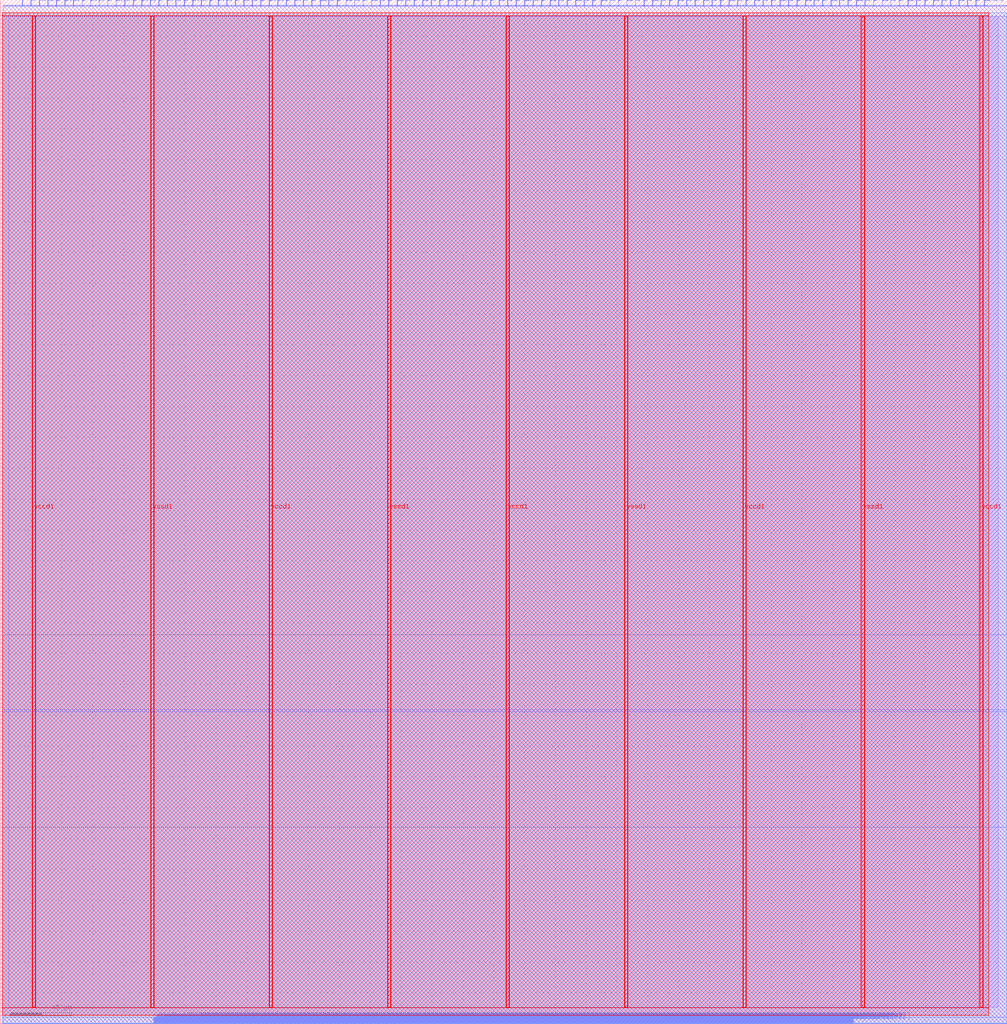
<source format=lef>
VERSION 5.7 ;
  NOWIREEXTENSIONATPIN ON ;
  DIVIDERCHAR "/" ;
  BUSBITCHARS "[]" ;
MACRO sha1_top
  CLASS BLOCK ;
  FOREIGN sha1_top ;
  ORIGIN 0.000 0.000 ;
  SIZE 653.010 BY 663.730 ;
  PIN io_in[0]
    DIRECTION INPUT ;
    USE SIGNAL ;
    PORT
      LAYER met2 ;
        RECT 14.350 659.730 14.630 663.730 ;
    END
  END io_in[0]
  PIN io_in[10]
    DIRECTION INPUT ;
    USE SIGNAL ;
    PORT
      LAYER met2 ;
        RECT 179.950 659.730 180.230 663.730 ;
    END
  END io_in[10]
  PIN io_in[11]
    DIRECTION INPUT ;
    USE SIGNAL ;
    PORT
      LAYER met2 ;
        RECT 196.510 659.730 196.790 663.730 ;
    END
  END io_in[11]
  PIN io_in[12]
    DIRECTION INPUT ;
    USE SIGNAL ;
    PORT
      LAYER met2 ;
        RECT 213.070 659.730 213.350 663.730 ;
    END
  END io_in[12]
  PIN io_in[13]
    DIRECTION INPUT ;
    USE SIGNAL ;
    PORT
      LAYER met2 ;
        RECT 229.630 659.730 229.910 663.730 ;
    END
  END io_in[13]
  PIN io_in[14]
    DIRECTION INPUT ;
    USE SIGNAL ;
    PORT
      LAYER met2 ;
        RECT 246.190 659.730 246.470 663.730 ;
    END
  END io_in[14]
  PIN io_in[15]
    DIRECTION INPUT ;
    USE SIGNAL ;
    PORT
      LAYER met2 ;
        RECT 262.750 659.730 263.030 663.730 ;
    END
  END io_in[15]
  PIN io_in[16]
    DIRECTION INPUT ;
    USE SIGNAL ;
    PORT
      LAYER met2 ;
        RECT 279.310 659.730 279.590 663.730 ;
    END
  END io_in[16]
  PIN io_in[17]
    DIRECTION INPUT ;
    USE SIGNAL ;
    PORT
      LAYER met2 ;
        RECT 295.870 659.730 296.150 663.730 ;
    END
  END io_in[17]
  PIN io_in[18]
    DIRECTION INPUT ;
    USE SIGNAL ;
    PORT
      LAYER met2 ;
        RECT 312.430 659.730 312.710 663.730 ;
    END
  END io_in[18]
  PIN io_in[19]
    DIRECTION INPUT ;
    USE SIGNAL ;
    PORT
      LAYER met2 ;
        RECT 328.990 659.730 329.270 663.730 ;
    END
  END io_in[19]
  PIN io_in[1]
    DIRECTION INPUT ;
    USE SIGNAL ;
    PORT
      LAYER met2 ;
        RECT 30.910 659.730 31.190 663.730 ;
    END
  END io_in[1]
  PIN io_in[20]
    DIRECTION INPUT ;
    USE SIGNAL ;
    PORT
      LAYER met2 ;
        RECT 345.550 659.730 345.830 663.730 ;
    END
  END io_in[20]
  PIN io_in[21]
    DIRECTION INPUT ;
    USE SIGNAL ;
    PORT
      LAYER met2 ;
        RECT 362.110 659.730 362.390 663.730 ;
    END
  END io_in[21]
  PIN io_in[22]
    DIRECTION INPUT ;
    USE SIGNAL ;
    PORT
      LAYER met2 ;
        RECT 378.670 659.730 378.950 663.730 ;
    END
  END io_in[22]
  PIN io_in[23]
    DIRECTION INPUT ;
    USE SIGNAL ;
    PORT
      LAYER met2 ;
        RECT 395.230 659.730 395.510 663.730 ;
    END
  END io_in[23]
  PIN io_in[24]
    DIRECTION INPUT ;
    USE SIGNAL ;
    PORT
      LAYER met2 ;
        RECT 411.790 659.730 412.070 663.730 ;
    END
  END io_in[24]
  PIN io_in[25]
    DIRECTION INPUT ;
    USE SIGNAL ;
    PORT
      LAYER met2 ;
        RECT 428.350 659.730 428.630 663.730 ;
    END
  END io_in[25]
  PIN io_in[26]
    DIRECTION INPUT ;
    USE SIGNAL ;
    PORT
      LAYER met2 ;
        RECT 444.910 659.730 445.190 663.730 ;
    END
  END io_in[26]
  PIN io_in[27]
    DIRECTION INPUT ;
    USE SIGNAL ;
    PORT
      LAYER met2 ;
        RECT 461.470 659.730 461.750 663.730 ;
    END
  END io_in[27]
  PIN io_in[28]
    DIRECTION INPUT ;
    USE SIGNAL ;
    PORT
      LAYER met2 ;
        RECT 478.030 659.730 478.310 663.730 ;
    END
  END io_in[28]
  PIN io_in[29]
    DIRECTION INPUT ;
    USE SIGNAL ;
    PORT
      LAYER met2 ;
        RECT 494.590 659.730 494.870 663.730 ;
    END
  END io_in[29]
  PIN io_in[2]
    DIRECTION INPUT ;
    USE SIGNAL ;
    PORT
      LAYER met2 ;
        RECT 47.470 659.730 47.750 663.730 ;
    END
  END io_in[2]
  PIN io_in[30]
    DIRECTION INPUT ;
    USE SIGNAL ;
    PORT
      LAYER met2 ;
        RECT 511.150 659.730 511.430 663.730 ;
    END
  END io_in[30]
  PIN io_in[31]
    DIRECTION INPUT ;
    USE SIGNAL ;
    PORT
      LAYER met2 ;
        RECT 527.710 659.730 527.990 663.730 ;
    END
  END io_in[31]
  PIN io_in[32]
    DIRECTION INPUT ;
    USE SIGNAL ;
    PORT
      LAYER met2 ;
        RECT 544.270 659.730 544.550 663.730 ;
    END
  END io_in[32]
  PIN io_in[33]
    DIRECTION INPUT ;
    USE SIGNAL ;
    PORT
      LAYER met2 ;
        RECT 560.830 659.730 561.110 663.730 ;
    END
  END io_in[33]
  PIN io_in[34]
    DIRECTION INPUT ;
    USE SIGNAL ;
    PORT
      LAYER met2 ;
        RECT 577.390 659.730 577.670 663.730 ;
    END
  END io_in[34]
  PIN io_in[35]
    DIRECTION INPUT ;
    USE SIGNAL ;
    PORT
      LAYER met2 ;
        RECT 593.950 659.730 594.230 663.730 ;
    END
  END io_in[35]
  PIN io_in[36]
    DIRECTION INPUT ;
    USE SIGNAL ;
    PORT
      LAYER met2 ;
        RECT 610.510 659.730 610.790 663.730 ;
    END
  END io_in[36]
  PIN io_in[37]
    DIRECTION INPUT ;
    USE SIGNAL ;
    PORT
      LAYER met2 ;
        RECT 627.070 659.730 627.350 663.730 ;
    END
  END io_in[37]
  PIN io_in[3]
    DIRECTION INPUT ;
    USE SIGNAL ;
    PORT
      LAYER met2 ;
        RECT 64.030 659.730 64.310 663.730 ;
    END
  END io_in[3]
  PIN io_in[4]
    DIRECTION INPUT ;
    USE SIGNAL ;
    PORT
      LAYER met2 ;
        RECT 80.590 659.730 80.870 663.730 ;
    END
  END io_in[4]
  PIN io_in[5]
    DIRECTION INPUT ;
    USE SIGNAL ;
    PORT
      LAYER met2 ;
        RECT 97.150 659.730 97.430 663.730 ;
    END
  END io_in[5]
  PIN io_in[6]
    DIRECTION INPUT ;
    USE SIGNAL ;
    PORT
      LAYER met2 ;
        RECT 113.710 659.730 113.990 663.730 ;
    END
  END io_in[6]
  PIN io_in[7]
    DIRECTION INPUT ;
    USE SIGNAL ;
    PORT
      LAYER met2 ;
        RECT 130.270 659.730 130.550 663.730 ;
    END
  END io_in[7]
  PIN io_in[8]
    DIRECTION INPUT ;
    USE SIGNAL ;
    PORT
      LAYER met2 ;
        RECT 146.830 659.730 147.110 663.730 ;
    END
  END io_in[8]
  PIN io_in[9]
    DIRECTION INPUT ;
    USE SIGNAL ;
    PORT
      LAYER met2 ;
        RECT 163.390 659.730 163.670 663.730 ;
    END
  END io_in[9]
  PIN io_oeb[0]
    DIRECTION OUTPUT TRISTATE ;
    USE SIGNAL ;
    PORT
      LAYER met2 ;
        RECT 19.870 659.730 20.150 663.730 ;
    END
  END io_oeb[0]
  PIN io_oeb[10]
    DIRECTION OUTPUT TRISTATE ;
    USE SIGNAL ;
    PORT
      LAYER met2 ;
        RECT 185.470 659.730 185.750 663.730 ;
    END
  END io_oeb[10]
  PIN io_oeb[11]
    DIRECTION OUTPUT TRISTATE ;
    USE SIGNAL ;
    PORT
      LAYER met2 ;
        RECT 202.030 659.730 202.310 663.730 ;
    END
  END io_oeb[11]
  PIN io_oeb[12]
    DIRECTION OUTPUT TRISTATE ;
    USE SIGNAL ;
    PORT
      LAYER met2 ;
        RECT 218.590 659.730 218.870 663.730 ;
    END
  END io_oeb[12]
  PIN io_oeb[13]
    DIRECTION OUTPUT TRISTATE ;
    USE SIGNAL ;
    PORT
      LAYER met2 ;
        RECT 235.150 659.730 235.430 663.730 ;
    END
  END io_oeb[13]
  PIN io_oeb[14]
    DIRECTION OUTPUT TRISTATE ;
    USE SIGNAL ;
    PORT
      LAYER met2 ;
        RECT 251.710 659.730 251.990 663.730 ;
    END
  END io_oeb[14]
  PIN io_oeb[15]
    DIRECTION OUTPUT TRISTATE ;
    USE SIGNAL ;
    PORT
      LAYER met2 ;
        RECT 268.270 659.730 268.550 663.730 ;
    END
  END io_oeb[15]
  PIN io_oeb[16]
    DIRECTION OUTPUT TRISTATE ;
    USE SIGNAL ;
    PORT
      LAYER met2 ;
        RECT 284.830 659.730 285.110 663.730 ;
    END
  END io_oeb[16]
  PIN io_oeb[17]
    DIRECTION OUTPUT TRISTATE ;
    USE SIGNAL ;
    PORT
      LAYER met2 ;
        RECT 301.390 659.730 301.670 663.730 ;
    END
  END io_oeb[17]
  PIN io_oeb[18]
    DIRECTION OUTPUT TRISTATE ;
    USE SIGNAL ;
    PORT
      LAYER met2 ;
        RECT 317.950 659.730 318.230 663.730 ;
    END
  END io_oeb[18]
  PIN io_oeb[19]
    DIRECTION OUTPUT TRISTATE ;
    USE SIGNAL ;
    PORT
      LAYER met2 ;
        RECT 334.510 659.730 334.790 663.730 ;
    END
  END io_oeb[19]
  PIN io_oeb[1]
    DIRECTION OUTPUT TRISTATE ;
    USE SIGNAL ;
    PORT
      LAYER met2 ;
        RECT 36.430 659.730 36.710 663.730 ;
    END
  END io_oeb[1]
  PIN io_oeb[20]
    DIRECTION OUTPUT TRISTATE ;
    USE SIGNAL ;
    PORT
      LAYER met2 ;
        RECT 351.070 659.730 351.350 663.730 ;
    END
  END io_oeb[20]
  PIN io_oeb[21]
    DIRECTION OUTPUT TRISTATE ;
    USE SIGNAL ;
    PORT
      LAYER met2 ;
        RECT 367.630 659.730 367.910 663.730 ;
    END
  END io_oeb[21]
  PIN io_oeb[22]
    DIRECTION OUTPUT TRISTATE ;
    USE SIGNAL ;
    PORT
      LAYER met2 ;
        RECT 384.190 659.730 384.470 663.730 ;
    END
  END io_oeb[22]
  PIN io_oeb[23]
    DIRECTION OUTPUT TRISTATE ;
    USE SIGNAL ;
    PORT
      LAYER met2 ;
        RECT 400.750 659.730 401.030 663.730 ;
    END
  END io_oeb[23]
  PIN io_oeb[24]
    DIRECTION OUTPUT TRISTATE ;
    USE SIGNAL ;
    PORT
      LAYER met2 ;
        RECT 417.310 659.730 417.590 663.730 ;
    END
  END io_oeb[24]
  PIN io_oeb[25]
    DIRECTION OUTPUT TRISTATE ;
    USE SIGNAL ;
    PORT
      LAYER met2 ;
        RECT 433.870 659.730 434.150 663.730 ;
    END
  END io_oeb[25]
  PIN io_oeb[26]
    DIRECTION OUTPUT TRISTATE ;
    USE SIGNAL ;
    PORT
      LAYER met2 ;
        RECT 450.430 659.730 450.710 663.730 ;
    END
  END io_oeb[26]
  PIN io_oeb[27]
    DIRECTION OUTPUT TRISTATE ;
    USE SIGNAL ;
    PORT
      LAYER met2 ;
        RECT 466.990 659.730 467.270 663.730 ;
    END
  END io_oeb[27]
  PIN io_oeb[28]
    DIRECTION OUTPUT TRISTATE ;
    USE SIGNAL ;
    PORT
      LAYER met2 ;
        RECT 483.550 659.730 483.830 663.730 ;
    END
  END io_oeb[28]
  PIN io_oeb[29]
    DIRECTION OUTPUT TRISTATE ;
    USE SIGNAL ;
    PORT
      LAYER met2 ;
        RECT 500.110 659.730 500.390 663.730 ;
    END
  END io_oeb[29]
  PIN io_oeb[2]
    DIRECTION OUTPUT TRISTATE ;
    USE SIGNAL ;
    PORT
      LAYER met2 ;
        RECT 52.990 659.730 53.270 663.730 ;
    END
  END io_oeb[2]
  PIN io_oeb[30]
    DIRECTION OUTPUT TRISTATE ;
    USE SIGNAL ;
    PORT
      LAYER met2 ;
        RECT 516.670 659.730 516.950 663.730 ;
    END
  END io_oeb[30]
  PIN io_oeb[31]
    DIRECTION OUTPUT TRISTATE ;
    USE SIGNAL ;
    PORT
      LAYER met2 ;
        RECT 533.230 659.730 533.510 663.730 ;
    END
  END io_oeb[31]
  PIN io_oeb[32]
    DIRECTION OUTPUT TRISTATE ;
    USE SIGNAL ;
    PORT
      LAYER met2 ;
        RECT 549.790 659.730 550.070 663.730 ;
    END
  END io_oeb[32]
  PIN io_oeb[33]
    DIRECTION OUTPUT TRISTATE ;
    USE SIGNAL ;
    PORT
      LAYER met2 ;
        RECT 566.350 659.730 566.630 663.730 ;
    END
  END io_oeb[33]
  PIN io_oeb[34]
    DIRECTION OUTPUT TRISTATE ;
    USE SIGNAL ;
    PORT
      LAYER met2 ;
        RECT 582.910 659.730 583.190 663.730 ;
    END
  END io_oeb[34]
  PIN io_oeb[35]
    DIRECTION OUTPUT TRISTATE ;
    USE SIGNAL ;
    PORT
      LAYER met2 ;
        RECT 599.470 659.730 599.750 663.730 ;
    END
  END io_oeb[35]
  PIN io_oeb[36]
    DIRECTION OUTPUT TRISTATE ;
    USE SIGNAL ;
    PORT
      LAYER met2 ;
        RECT 616.030 659.730 616.310 663.730 ;
    END
  END io_oeb[36]
  PIN io_oeb[37]
    DIRECTION OUTPUT TRISTATE ;
    USE SIGNAL ;
    PORT
      LAYER met2 ;
        RECT 632.590 659.730 632.870 663.730 ;
    END
  END io_oeb[37]
  PIN io_oeb[3]
    DIRECTION OUTPUT TRISTATE ;
    USE SIGNAL ;
    PORT
      LAYER met2 ;
        RECT 69.550 659.730 69.830 663.730 ;
    END
  END io_oeb[3]
  PIN io_oeb[4]
    DIRECTION OUTPUT TRISTATE ;
    USE SIGNAL ;
    PORT
      LAYER met2 ;
        RECT 86.110 659.730 86.390 663.730 ;
    END
  END io_oeb[4]
  PIN io_oeb[5]
    DIRECTION OUTPUT TRISTATE ;
    USE SIGNAL ;
    PORT
      LAYER met2 ;
        RECT 102.670 659.730 102.950 663.730 ;
    END
  END io_oeb[5]
  PIN io_oeb[6]
    DIRECTION OUTPUT TRISTATE ;
    USE SIGNAL ;
    PORT
      LAYER met2 ;
        RECT 119.230 659.730 119.510 663.730 ;
    END
  END io_oeb[6]
  PIN io_oeb[7]
    DIRECTION OUTPUT TRISTATE ;
    USE SIGNAL ;
    PORT
      LAYER met2 ;
        RECT 135.790 659.730 136.070 663.730 ;
    END
  END io_oeb[7]
  PIN io_oeb[8]
    DIRECTION OUTPUT TRISTATE ;
    USE SIGNAL ;
    PORT
      LAYER met2 ;
        RECT 152.350 659.730 152.630 663.730 ;
    END
  END io_oeb[8]
  PIN io_oeb[9]
    DIRECTION OUTPUT TRISTATE ;
    USE SIGNAL ;
    PORT
      LAYER met2 ;
        RECT 168.910 659.730 169.190 663.730 ;
    END
  END io_oeb[9]
  PIN io_out[0]
    DIRECTION OUTPUT TRISTATE ;
    USE SIGNAL ;
    PORT
      LAYER met2 ;
        RECT 25.390 659.730 25.670 663.730 ;
    END
  END io_out[0]
  PIN io_out[10]
    DIRECTION OUTPUT TRISTATE ;
    USE SIGNAL ;
    PORT
      LAYER met2 ;
        RECT 190.990 659.730 191.270 663.730 ;
    END
  END io_out[10]
  PIN io_out[11]
    DIRECTION OUTPUT TRISTATE ;
    USE SIGNAL ;
    PORT
      LAYER met2 ;
        RECT 207.550 659.730 207.830 663.730 ;
    END
  END io_out[11]
  PIN io_out[12]
    DIRECTION OUTPUT TRISTATE ;
    USE SIGNAL ;
    PORT
      LAYER met2 ;
        RECT 224.110 659.730 224.390 663.730 ;
    END
  END io_out[12]
  PIN io_out[13]
    DIRECTION OUTPUT TRISTATE ;
    USE SIGNAL ;
    PORT
      LAYER met2 ;
        RECT 240.670 659.730 240.950 663.730 ;
    END
  END io_out[13]
  PIN io_out[14]
    DIRECTION OUTPUT TRISTATE ;
    USE SIGNAL ;
    PORT
      LAYER met2 ;
        RECT 257.230 659.730 257.510 663.730 ;
    END
  END io_out[14]
  PIN io_out[15]
    DIRECTION OUTPUT TRISTATE ;
    USE SIGNAL ;
    PORT
      LAYER met2 ;
        RECT 273.790 659.730 274.070 663.730 ;
    END
  END io_out[15]
  PIN io_out[16]
    DIRECTION OUTPUT TRISTATE ;
    USE SIGNAL ;
    PORT
      LAYER met2 ;
        RECT 290.350 659.730 290.630 663.730 ;
    END
  END io_out[16]
  PIN io_out[17]
    DIRECTION OUTPUT TRISTATE ;
    USE SIGNAL ;
    PORT
      LAYER met2 ;
        RECT 306.910 659.730 307.190 663.730 ;
    END
  END io_out[17]
  PIN io_out[18]
    DIRECTION OUTPUT TRISTATE ;
    USE SIGNAL ;
    PORT
      LAYER met2 ;
        RECT 323.470 659.730 323.750 663.730 ;
    END
  END io_out[18]
  PIN io_out[19]
    DIRECTION OUTPUT TRISTATE ;
    USE SIGNAL ;
    PORT
      LAYER met2 ;
        RECT 340.030 659.730 340.310 663.730 ;
    END
  END io_out[19]
  PIN io_out[1]
    DIRECTION OUTPUT TRISTATE ;
    USE SIGNAL ;
    PORT
      LAYER met2 ;
        RECT 41.950 659.730 42.230 663.730 ;
    END
  END io_out[1]
  PIN io_out[20]
    DIRECTION OUTPUT TRISTATE ;
    USE SIGNAL ;
    PORT
      LAYER met2 ;
        RECT 356.590 659.730 356.870 663.730 ;
    END
  END io_out[20]
  PIN io_out[21]
    DIRECTION OUTPUT TRISTATE ;
    USE SIGNAL ;
    PORT
      LAYER met2 ;
        RECT 373.150 659.730 373.430 663.730 ;
    END
  END io_out[21]
  PIN io_out[22]
    DIRECTION OUTPUT TRISTATE ;
    USE SIGNAL ;
    PORT
      LAYER met2 ;
        RECT 389.710 659.730 389.990 663.730 ;
    END
  END io_out[22]
  PIN io_out[23]
    DIRECTION OUTPUT TRISTATE ;
    USE SIGNAL ;
    PORT
      LAYER met2 ;
        RECT 406.270 659.730 406.550 663.730 ;
    END
  END io_out[23]
  PIN io_out[24]
    DIRECTION OUTPUT TRISTATE ;
    USE SIGNAL ;
    PORT
      LAYER met2 ;
        RECT 422.830 659.730 423.110 663.730 ;
    END
  END io_out[24]
  PIN io_out[25]
    DIRECTION OUTPUT TRISTATE ;
    USE SIGNAL ;
    PORT
      LAYER met2 ;
        RECT 439.390 659.730 439.670 663.730 ;
    END
  END io_out[25]
  PIN io_out[26]
    DIRECTION OUTPUT TRISTATE ;
    USE SIGNAL ;
    PORT
      LAYER met2 ;
        RECT 455.950 659.730 456.230 663.730 ;
    END
  END io_out[26]
  PIN io_out[27]
    DIRECTION OUTPUT TRISTATE ;
    USE SIGNAL ;
    PORT
      LAYER met2 ;
        RECT 472.510 659.730 472.790 663.730 ;
    END
  END io_out[27]
  PIN io_out[28]
    DIRECTION OUTPUT TRISTATE ;
    USE SIGNAL ;
    PORT
      LAYER met2 ;
        RECT 489.070 659.730 489.350 663.730 ;
    END
  END io_out[28]
  PIN io_out[29]
    DIRECTION OUTPUT TRISTATE ;
    USE SIGNAL ;
    PORT
      LAYER met2 ;
        RECT 505.630 659.730 505.910 663.730 ;
    END
  END io_out[29]
  PIN io_out[2]
    DIRECTION OUTPUT TRISTATE ;
    USE SIGNAL ;
    PORT
      LAYER met2 ;
        RECT 58.510 659.730 58.790 663.730 ;
    END
  END io_out[2]
  PIN io_out[30]
    DIRECTION OUTPUT TRISTATE ;
    USE SIGNAL ;
    PORT
      LAYER met2 ;
        RECT 522.190 659.730 522.470 663.730 ;
    END
  END io_out[30]
  PIN io_out[31]
    DIRECTION OUTPUT TRISTATE ;
    USE SIGNAL ;
    PORT
      LAYER met2 ;
        RECT 538.750 659.730 539.030 663.730 ;
    END
  END io_out[31]
  PIN io_out[32]
    DIRECTION OUTPUT TRISTATE ;
    USE SIGNAL ;
    PORT
      LAYER met2 ;
        RECT 555.310 659.730 555.590 663.730 ;
    END
  END io_out[32]
  PIN io_out[33]
    DIRECTION OUTPUT TRISTATE ;
    USE SIGNAL ;
    PORT
      LAYER met2 ;
        RECT 571.870 659.730 572.150 663.730 ;
    END
  END io_out[33]
  PIN io_out[34]
    DIRECTION OUTPUT TRISTATE ;
    USE SIGNAL ;
    PORT
      LAYER met2 ;
        RECT 588.430 659.730 588.710 663.730 ;
    END
  END io_out[34]
  PIN io_out[35]
    DIRECTION OUTPUT TRISTATE ;
    USE SIGNAL ;
    PORT
      LAYER met2 ;
        RECT 604.990 659.730 605.270 663.730 ;
    END
  END io_out[35]
  PIN io_out[36]
    DIRECTION OUTPUT TRISTATE ;
    USE SIGNAL ;
    PORT
      LAYER met2 ;
        RECT 621.550 659.730 621.830 663.730 ;
    END
  END io_out[36]
  PIN io_out[37]
    DIRECTION OUTPUT TRISTATE ;
    USE SIGNAL ;
    PORT
      LAYER met2 ;
        RECT 638.110 659.730 638.390 663.730 ;
    END
  END io_out[37]
  PIN io_out[3]
    DIRECTION OUTPUT TRISTATE ;
    USE SIGNAL ;
    PORT
      LAYER met2 ;
        RECT 75.070 659.730 75.350 663.730 ;
    END
  END io_out[3]
  PIN io_out[4]
    DIRECTION OUTPUT TRISTATE ;
    USE SIGNAL ;
    PORT
      LAYER met2 ;
        RECT 91.630 659.730 91.910 663.730 ;
    END
  END io_out[4]
  PIN io_out[5]
    DIRECTION OUTPUT TRISTATE ;
    USE SIGNAL ;
    PORT
      LAYER met2 ;
        RECT 108.190 659.730 108.470 663.730 ;
    END
  END io_out[5]
  PIN io_out[6]
    DIRECTION OUTPUT TRISTATE ;
    USE SIGNAL ;
    PORT
      LAYER met2 ;
        RECT 124.750 659.730 125.030 663.730 ;
    END
  END io_out[6]
  PIN io_out[7]
    DIRECTION OUTPUT TRISTATE ;
    USE SIGNAL ;
    PORT
      LAYER met2 ;
        RECT 141.310 659.730 141.590 663.730 ;
    END
  END io_out[7]
  PIN io_out[8]
    DIRECTION OUTPUT TRISTATE ;
    USE SIGNAL ;
    PORT
      LAYER met2 ;
        RECT 157.870 659.730 158.150 663.730 ;
    END
  END io_out[8]
  PIN io_out[9]
    DIRECTION OUTPUT TRISTATE ;
    USE SIGNAL ;
    PORT
      LAYER met2 ;
        RECT 174.430 659.730 174.710 663.730 ;
    END
  END io_out[9]
  PIN irq[0]
    DIRECTION OUTPUT TRISTATE ;
    USE SIGNAL ;
    PORT
      LAYER met2 ;
        RECT 550.710 0.000 550.990 4.000 ;
    END
  END irq[0]
  PIN irq[1]
    DIRECTION OUTPUT TRISTATE ;
    USE SIGNAL ;
    PORT
      LAYER met2 ;
        RECT 551.630 0.000 551.910 4.000 ;
    END
  END irq[1]
  PIN irq[2]
    DIRECTION OUTPUT TRISTATE ;
    USE SIGNAL ;
    PORT
      LAYER met2 ;
        RECT 552.550 0.000 552.830 4.000 ;
    END
  END irq[2]
  PIN la_data_in[0]
    DIRECTION INPUT ;
    USE SIGNAL ;
    PORT
      LAYER met2 ;
        RECT 197.430 0.000 197.710 4.000 ;
    END
  END la_data_in[0]
  PIN la_data_in[100]
    DIRECTION INPUT ;
    USE SIGNAL ;
    PORT
      LAYER met2 ;
        RECT 473.430 0.000 473.710 4.000 ;
    END
  END la_data_in[100]
  PIN la_data_in[101]
    DIRECTION INPUT ;
    USE SIGNAL ;
    PORT
      LAYER met2 ;
        RECT 476.190 0.000 476.470 4.000 ;
    END
  END la_data_in[101]
  PIN la_data_in[102]
    DIRECTION INPUT ;
    USE SIGNAL ;
    PORT
      LAYER met2 ;
        RECT 478.950 0.000 479.230 4.000 ;
    END
  END la_data_in[102]
  PIN la_data_in[103]
    DIRECTION INPUT ;
    USE SIGNAL ;
    PORT
      LAYER met2 ;
        RECT 481.710 0.000 481.990 4.000 ;
    END
  END la_data_in[103]
  PIN la_data_in[104]
    DIRECTION INPUT ;
    USE SIGNAL ;
    PORT
      LAYER met2 ;
        RECT 484.470 0.000 484.750 4.000 ;
    END
  END la_data_in[104]
  PIN la_data_in[105]
    DIRECTION INPUT ;
    USE SIGNAL ;
    PORT
      LAYER met2 ;
        RECT 487.230 0.000 487.510 4.000 ;
    END
  END la_data_in[105]
  PIN la_data_in[106]
    DIRECTION INPUT ;
    USE SIGNAL ;
    PORT
      LAYER met2 ;
        RECT 489.990 0.000 490.270 4.000 ;
    END
  END la_data_in[106]
  PIN la_data_in[107]
    DIRECTION INPUT ;
    USE SIGNAL ;
    PORT
      LAYER met2 ;
        RECT 492.750 0.000 493.030 4.000 ;
    END
  END la_data_in[107]
  PIN la_data_in[108]
    DIRECTION INPUT ;
    USE SIGNAL ;
    PORT
      LAYER met2 ;
        RECT 495.510 0.000 495.790 4.000 ;
    END
  END la_data_in[108]
  PIN la_data_in[109]
    DIRECTION INPUT ;
    USE SIGNAL ;
    PORT
      LAYER met2 ;
        RECT 498.270 0.000 498.550 4.000 ;
    END
  END la_data_in[109]
  PIN la_data_in[10]
    DIRECTION INPUT ;
    USE SIGNAL ;
    PORT
      LAYER met2 ;
        RECT 225.030 0.000 225.310 4.000 ;
    END
  END la_data_in[10]
  PIN la_data_in[110]
    DIRECTION INPUT ;
    USE SIGNAL ;
    PORT
      LAYER met2 ;
        RECT 501.030 0.000 501.310 4.000 ;
    END
  END la_data_in[110]
  PIN la_data_in[111]
    DIRECTION INPUT ;
    USE SIGNAL ;
    PORT
      LAYER met2 ;
        RECT 503.790 0.000 504.070 4.000 ;
    END
  END la_data_in[111]
  PIN la_data_in[112]
    DIRECTION INPUT ;
    USE SIGNAL ;
    PORT
      LAYER met2 ;
        RECT 506.550 0.000 506.830 4.000 ;
    END
  END la_data_in[112]
  PIN la_data_in[113]
    DIRECTION INPUT ;
    USE SIGNAL ;
    PORT
      LAYER met2 ;
        RECT 509.310 0.000 509.590 4.000 ;
    END
  END la_data_in[113]
  PIN la_data_in[114]
    DIRECTION INPUT ;
    USE SIGNAL ;
    PORT
      LAYER met2 ;
        RECT 512.070 0.000 512.350 4.000 ;
    END
  END la_data_in[114]
  PIN la_data_in[115]
    DIRECTION INPUT ;
    USE SIGNAL ;
    PORT
      LAYER met2 ;
        RECT 514.830 0.000 515.110 4.000 ;
    END
  END la_data_in[115]
  PIN la_data_in[116]
    DIRECTION INPUT ;
    USE SIGNAL ;
    PORT
      LAYER met2 ;
        RECT 517.590 0.000 517.870 4.000 ;
    END
  END la_data_in[116]
  PIN la_data_in[117]
    DIRECTION INPUT ;
    USE SIGNAL ;
    PORT
      LAYER met2 ;
        RECT 520.350 0.000 520.630 4.000 ;
    END
  END la_data_in[117]
  PIN la_data_in[118]
    DIRECTION INPUT ;
    USE SIGNAL ;
    PORT
      LAYER met2 ;
        RECT 523.110 0.000 523.390 4.000 ;
    END
  END la_data_in[118]
  PIN la_data_in[119]
    DIRECTION INPUT ;
    USE SIGNAL ;
    PORT
      LAYER met2 ;
        RECT 525.870 0.000 526.150 4.000 ;
    END
  END la_data_in[119]
  PIN la_data_in[11]
    DIRECTION INPUT ;
    USE SIGNAL ;
    PORT
      LAYER met2 ;
        RECT 227.790 0.000 228.070 4.000 ;
    END
  END la_data_in[11]
  PIN la_data_in[120]
    DIRECTION INPUT ;
    USE SIGNAL ;
    PORT
      LAYER met2 ;
        RECT 528.630 0.000 528.910 4.000 ;
    END
  END la_data_in[120]
  PIN la_data_in[121]
    DIRECTION INPUT ;
    USE SIGNAL ;
    PORT
      LAYER met2 ;
        RECT 531.390 0.000 531.670 4.000 ;
    END
  END la_data_in[121]
  PIN la_data_in[122]
    DIRECTION INPUT ;
    USE SIGNAL ;
    PORT
      LAYER met2 ;
        RECT 534.150 0.000 534.430 4.000 ;
    END
  END la_data_in[122]
  PIN la_data_in[123]
    DIRECTION INPUT ;
    USE SIGNAL ;
    PORT
      LAYER met2 ;
        RECT 536.910 0.000 537.190 4.000 ;
    END
  END la_data_in[123]
  PIN la_data_in[124]
    DIRECTION INPUT ;
    USE SIGNAL ;
    PORT
      LAYER met2 ;
        RECT 539.670 0.000 539.950 4.000 ;
    END
  END la_data_in[124]
  PIN la_data_in[125]
    DIRECTION INPUT ;
    USE SIGNAL ;
    PORT
      LAYER met2 ;
        RECT 542.430 0.000 542.710 4.000 ;
    END
  END la_data_in[125]
  PIN la_data_in[126]
    DIRECTION INPUT ;
    USE SIGNAL ;
    PORT
      LAYER met2 ;
        RECT 545.190 0.000 545.470 4.000 ;
    END
  END la_data_in[126]
  PIN la_data_in[127]
    DIRECTION INPUT ;
    USE SIGNAL ;
    PORT
      LAYER met2 ;
        RECT 547.950 0.000 548.230 4.000 ;
    END
  END la_data_in[127]
  PIN la_data_in[12]
    DIRECTION INPUT ;
    USE SIGNAL ;
    PORT
      LAYER met2 ;
        RECT 230.550 0.000 230.830 4.000 ;
    END
  END la_data_in[12]
  PIN la_data_in[13]
    DIRECTION INPUT ;
    USE SIGNAL ;
    PORT
      LAYER met2 ;
        RECT 233.310 0.000 233.590 4.000 ;
    END
  END la_data_in[13]
  PIN la_data_in[14]
    DIRECTION INPUT ;
    USE SIGNAL ;
    PORT
      LAYER met2 ;
        RECT 236.070 0.000 236.350 4.000 ;
    END
  END la_data_in[14]
  PIN la_data_in[15]
    DIRECTION INPUT ;
    USE SIGNAL ;
    PORT
      LAYER met2 ;
        RECT 238.830 0.000 239.110 4.000 ;
    END
  END la_data_in[15]
  PIN la_data_in[16]
    DIRECTION INPUT ;
    USE SIGNAL ;
    PORT
      LAYER met2 ;
        RECT 241.590 0.000 241.870 4.000 ;
    END
  END la_data_in[16]
  PIN la_data_in[17]
    DIRECTION INPUT ;
    USE SIGNAL ;
    PORT
      LAYER met2 ;
        RECT 244.350 0.000 244.630 4.000 ;
    END
  END la_data_in[17]
  PIN la_data_in[18]
    DIRECTION INPUT ;
    USE SIGNAL ;
    PORT
      LAYER met2 ;
        RECT 247.110 0.000 247.390 4.000 ;
    END
  END la_data_in[18]
  PIN la_data_in[19]
    DIRECTION INPUT ;
    USE SIGNAL ;
    PORT
      LAYER met2 ;
        RECT 249.870 0.000 250.150 4.000 ;
    END
  END la_data_in[19]
  PIN la_data_in[1]
    DIRECTION INPUT ;
    USE SIGNAL ;
    PORT
      LAYER met2 ;
        RECT 200.190 0.000 200.470 4.000 ;
    END
  END la_data_in[1]
  PIN la_data_in[20]
    DIRECTION INPUT ;
    USE SIGNAL ;
    PORT
      LAYER met2 ;
        RECT 252.630 0.000 252.910 4.000 ;
    END
  END la_data_in[20]
  PIN la_data_in[21]
    DIRECTION INPUT ;
    USE SIGNAL ;
    PORT
      LAYER met2 ;
        RECT 255.390 0.000 255.670 4.000 ;
    END
  END la_data_in[21]
  PIN la_data_in[22]
    DIRECTION INPUT ;
    USE SIGNAL ;
    PORT
      LAYER met2 ;
        RECT 258.150 0.000 258.430 4.000 ;
    END
  END la_data_in[22]
  PIN la_data_in[23]
    DIRECTION INPUT ;
    USE SIGNAL ;
    PORT
      LAYER met2 ;
        RECT 260.910 0.000 261.190 4.000 ;
    END
  END la_data_in[23]
  PIN la_data_in[24]
    DIRECTION INPUT ;
    USE SIGNAL ;
    PORT
      LAYER met2 ;
        RECT 263.670 0.000 263.950 4.000 ;
    END
  END la_data_in[24]
  PIN la_data_in[25]
    DIRECTION INPUT ;
    USE SIGNAL ;
    PORT
      LAYER met2 ;
        RECT 266.430 0.000 266.710 4.000 ;
    END
  END la_data_in[25]
  PIN la_data_in[26]
    DIRECTION INPUT ;
    USE SIGNAL ;
    PORT
      LAYER met2 ;
        RECT 269.190 0.000 269.470 4.000 ;
    END
  END la_data_in[26]
  PIN la_data_in[27]
    DIRECTION INPUT ;
    USE SIGNAL ;
    PORT
      LAYER met2 ;
        RECT 271.950 0.000 272.230 4.000 ;
    END
  END la_data_in[27]
  PIN la_data_in[28]
    DIRECTION INPUT ;
    USE SIGNAL ;
    PORT
      LAYER met2 ;
        RECT 274.710 0.000 274.990 4.000 ;
    END
  END la_data_in[28]
  PIN la_data_in[29]
    DIRECTION INPUT ;
    USE SIGNAL ;
    PORT
      LAYER met2 ;
        RECT 277.470 0.000 277.750 4.000 ;
    END
  END la_data_in[29]
  PIN la_data_in[2]
    DIRECTION INPUT ;
    USE SIGNAL ;
    PORT
      LAYER met2 ;
        RECT 202.950 0.000 203.230 4.000 ;
    END
  END la_data_in[2]
  PIN la_data_in[30]
    DIRECTION INPUT ;
    USE SIGNAL ;
    PORT
      LAYER met2 ;
        RECT 280.230 0.000 280.510 4.000 ;
    END
  END la_data_in[30]
  PIN la_data_in[31]
    DIRECTION INPUT ;
    USE SIGNAL ;
    PORT
      LAYER met2 ;
        RECT 282.990 0.000 283.270 4.000 ;
    END
  END la_data_in[31]
  PIN la_data_in[32]
    DIRECTION INPUT ;
    USE SIGNAL ;
    PORT
      LAYER met2 ;
        RECT 285.750 0.000 286.030 4.000 ;
    END
  END la_data_in[32]
  PIN la_data_in[33]
    DIRECTION INPUT ;
    USE SIGNAL ;
    PORT
      LAYER met2 ;
        RECT 288.510 0.000 288.790 4.000 ;
    END
  END la_data_in[33]
  PIN la_data_in[34]
    DIRECTION INPUT ;
    USE SIGNAL ;
    PORT
      LAYER met2 ;
        RECT 291.270 0.000 291.550 4.000 ;
    END
  END la_data_in[34]
  PIN la_data_in[35]
    DIRECTION INPUT ;
    USE SIGNAL ;
    PORT
      LAYER met2 ;
        RECT 294.030 0.000 294.310 4.000 ;
    END
  END la_data_in[35]
  PIN la_data_in[36]
    DIRECTION INPUT ;
    USE SIGNAL ;
    PORT
      LAYER met2 ;
        RECT 296.790 0.000 297.070 4.000 ;
    END
  END la_data_in[36]
  PIN la_data_in[37]
    DIRECTION INPUT ;
    USE SIGNAL ;
    PORT
      LAYER met2 ;
        RECT 299.550 0.000 299.830 4.000 ;
    END
  END la_data_in[37]
  PIN la_data_in[38]
    DIRECTION INPUT ;
    USE SIGNAL ;
    PORT
      LAYER met2 ;
        RECT 302.310 0.000 302.590 4.000 ;
    END
  END la_data_in[38]
  PIN la_data_in[39]
    DIRECTION INPUT ;
    USE SIGNAL ;
    PORT
      LAYER met2 ;
        RECT 305.070 0.000 305.350 4.000 ;
    END
  END la_data_in[39]
  PIN la_data_in[3]
    DIRECTION INPUT ;
    USE SIGNAL ;
    PORT
      LAYER met2 ;
        RECT 205.710 0.000 205.990 4.000 ;
    END
  END la_data_in[3]
  PIN la_data_in[40]
    DIRECTION INPUT ;
    USE SIGNAL ;
    PORT
      LAYER met2 ;
        RECT 307.830 0.000 308.110 4.000 ;
    END
  END la_data_in[40]
  PIN la_data_in[41]
    DIRECTION INPUT ;
    USE SIGNAL ;
    PORT
      LAYER met2 ;
        RECT 310.590 0.000 310.870 4.000 ;
    END
  END la_data_in[41]
  PIN la_data_in[42]
    DIRECTION INPUT ;
    USE SIGNAL ;
    PORT
      LAYER met2 ;
        RECT 313.350 0.000 313.630 4.000 ;
    END
  END la_data_in[42]
  PIN la_data_in[43]
    DIRECTION INPUT ;
    USE SIGNAL ;
    PORT
      LAYER met2 ;
        RECT 316.110 0.000 316.390 4.000 ;
    END
  END la_data_in[43]
  PIN la_data_in[44]
    DIRECTION INPUT ;
    USE SIGNAL ;
    PORT
      LAYER met2 ;
        RECT 318.870 0.000 319.150 4.000 ;
    END
  END la_data_in[44]
  PIN la_data_in[45]
    DIRECTION INPUT ;
    USE SIGNAL ;
    PORT
      LAYER met2 ;
        RECT 321.630 0.000 321.910 4.000 ;
    END
  END la_data_in[45]
  PIN la_data_in[46]
    DIRECTION INPUT ;
    USE SIGNAL ;
    PORT
      LAYER met2 ;
        RECT 324.390 0.000 324.670 4.000 ;
    END
  END la_data_in[46]
  PIN la_data_in[47]
    DIRECTION INPUT ;
    USE SIGNAL ;
    PORT
      LAYER met2 ;
        RECT 327.150 0.000 327.430 4.000 ;
    END
  END la_data_in[47]
  PIN la_data_in[48]
    DIRECTION INPUT ;
    USE SIGNAL ;
    PORT
      LAYER met2 ;
        RECT 329.910 0.000 330.190 4.000 ;
    END
  END la_data_in[48]
  PIN la_data_in[49]
    DIRECTION INPUT ;
    USE SIGNAL ;
    PORT
      LAYER met2 ;
        RECT 332.670 0.000 332.950 4.000 ;
    END
  END la_data_in[49]
  PIN la_data_in[4]
    DIRECTION INPUT ;
    USE SIGNAL ;
    PORT
      LAYER met2 ;
        RECT 208.470 0.000 208.750 4.000 ;
    END
  END la_data_in[4]
  PIN la_data_in[50]
    DIRECTION INPUT ;
    USE SIGNAL ;
    PORT
      LAYER met2 ;
        RECT 335.430 0.000 335.710 4.000 ;
    END
  END la_data_in[50]
  PIN la_data_in[51]
    DIRECTION INPUT ;
    USE SIGNAL ;
    PORT
      LAYER met2 ;
        RECT 338.190 0.000 338.470 4.000 ;
    END
  END la_data_in[51]
  PIN la_data_in[52]
    DIRECTION INPUT ;
    USE SIGNAL ;
    PORT
      LAYER met2 ;
        RECT 340.950 0.000 341.230 4.000 ;
    END
  END la_data_in[52]
  PIN la_data_in[53]
    DIRECTION INPUT ;
    USE SIGNAL ;
    PORT
      LAYER met2 ;
        RECT 343.710 0.000 343.990 4.000 ;
    END
  END la_data_in[53]
  PIN la_data_in[54]
    DIRECTION INPUT ;
    USE SIGNAL ;
    PORT
      LAYER met2 ;
        RECT 346.470 0.000 346.750 4.000 ;
    END
  END la_data_in[54]
  PIN la_data_in[55]
    DIRECTION INPUT ;
    USE SIGNAL ;
    PORT
      LAYER met2 ;
        RECT 349.230 0.000 349.510 4.000 ;
    END
  END la_data_in[55]
  PIN la_data_in[56]
    DIRECTION INPUT ;
    USE SIGNAL ;
    PORT
      LAYER met2 ;
        RECT 351.990 0.000 352.270 4.000 ;
    END
  END la_data_in[56]
  PIN la_data_in[57]
    DIRECTION INPUT ;
    USE SIGNAL ;
    PORT
      LAYER met2 ;
        RECT 354.750 0.000 355.030 4.000 ;
    END
  END la_data_in[57]
  PIN la_data_in[58]
    DIRECTION INPUT ;
    USE SIGNAL ;
    PORT
      LAYER met2 ;
        RECT 357.510 0.000 357.790 4.000 ;
    END
  END la_data_in[58]
  PIN la_data_in[59]
    DIRECTION INPUT ;
    USE SIGNAL ;
    PORT
      LAYER met2 ;
        RECT 360.270 0.000 360.550 4.000 ;
    END
  END la_data_in[59]
  PIN la_data_in[5]
    DIRECTION INPUT ;
    USE SIGNAL ;
    PORT
      LAYER met2 ;
        RECT 211.230 0.000 211.510 4.000 ;
    END
  END la_data_in[5]
  PIN la_data_in[60]
    DIRECTION INPUT ;
    USE SIGNAL ;
    PORT
      LAYER met2 ;
        RECT 363.030 0.000 363.310 4.000 ;
    END
  END la_data_in[60]
  PIN la_data_in[61]
    DIRECTION INPUT ;
    USE SIGNAL ;
    PORT
      LAYER met2 ;
        RECT 365.790 0.000 366.070 4.000 ;
    END
  END la_data_in[61]
  PIN la_data_in[62]
    DIRECTION INPUT ;
    USE SIGNAL ;
    PORT
      LAYER met2 ;
        RECT 368.550 0.000 368.830 4.000 ;
    END
  END la_data_in[62]
  PIN la_data_in[63]
    DIRECTION INPUT ;
    USE SIGNAL ;
    PORT
      LAYER met2 ;
        RECT 371.310 0.000 371.590 4.000 ;
    END
  END la_data_in[63]
  PIN la_data_in[64]
    DIRECTION INPUT ;
    USE SIGNAL ;
    PORT
      LAYER met2 ;
        RECT 374.070 0.000 374.350 4.000 ;
    END
  END la_data_in[64]
  PIN la_data_in[65]
    DIRECTION INPUT ;
    USE SIGNAL ;
    PORT
      LAYER met2 ;
        RECT 376.830 0.000 377.110 4.000 ;
    END
  END la_data_in[65]
  PIN la_data_in[66]
    DIRECTION INPUT ;
    USE SIGNAL ;
    PORT
      LAYER met2 ;
        RECT 379.590 0.000 379.870 4.000 ;
    END
  END la_data_in[66]
  PIN la_data_in[67]
    DIRECTION INPUT ;
    USE SIGNAL ;
    PORT
      LAYER met2 ;
        RECT 382.350 0.000 382.630 4.000 ;
    END
  END la_data_in[67]
  PIN la_data_in[68]
    DIRECTION INPUT ;
    USE SIGNAL ;
    PORT
      LAYER met2 ;
        RECT 385.110 0.000 385.390 4.000 ;
    END
  END la_data_in[68]
  PIN la_data_in[69]
    DIRECTION INPUT ;
    USE SIGNAL ;
    PORT
      LAYER met2 ;
        RECT 387.870 0.000 388.150 4.000 ;
    END
  END la_data_in[69]
  PIN la_data_in[6]
    DIRECTION INPUT ;
    USE SIGNAL ;
    PORT
      LAYER met2 ;
        RECT 213.990 0.000 214.270 4.000 ;
    END
  END la_data_in[6]
  PIN la_data_in[70]
    DIRECTION INPUT ;
    USE SIGNAL ;
    PORT
      LAYER met2 ;
        RECT 390.630 0.000 390.910 4.000 ;
    END
  END la_data_in[70]
  PIN la_data_in[71]
    DIRECTION INPUT ;
    USE SIGNAL ;
    PORT
      LAYER met2 ;
        RECT 393.390 0.000 393.670 4.000 ;
    END
  END la_data_in[71]
  PIN la_data_in[72]
    DIRECTION INPUT ;
    USE SIGNAL ;
    PORT
      LAYER met2 ;
        RECT 396.150 0.000 396.430 4.000 ;
    END
  END la_data_in[72]
  PIN la_data_in[73]
    DIRECTION INPUT ;
    USE SIGNAL ;
    PORT
      LAYER met2 ;
        RECT 398.910 0.000 399.190 4.000 ;
    END
  END la_data_in[73]
  PIN la_data_in[74]
    DIRECTION INPUT ;
    USE SIGNAL ;
    PORT
      LAYER met2 ;
        RECT 401.670 0.000 401.950 4.000 ;
    END
  END la_data_in[74]
  PIN la_data_in[75]
    DIRECTION INPUT ;
    USE SIGNAL ;
    PORT
      LAYER met2 ;
        RECT 404.430 0.000 404.710 4.000 ;
    END
  END la_data_in[75]
  PIN la_data_in[76]
    DIRECTION INPUT ;
    USE SIGNAL ;
    PORT
      LAYER met2 ;
        RECT 407.190 0.000 407.470 4.000 ;
    END
  END la_data_in[76]
  PIN la_data_in[77]
    DIRECTION INPUT ;
    USE SIGNAL ;
    PORT
      LAYER met2 ;
        RECT 409.950 0.000 410.230 4.000 ;
    END
  END la_data_in[77]
  PIN la_data_in[78]
    DIRECTION INPUT ;
    USE SIGNAL ;
    PORT
      LAYER met2 ;
        RECT 412.710 0.000 412.990 4.000 ;
    END
  END la_data_in[78]
  PIN la_data_in[79]
    DIRECTION INPUT ;
    USE SIGNAL ;
    PORT
      LAYER met2 ;
        RECT 415.470 0.000 415.750 4.000 ;
    END
  END la_data_in[79]
  PIN la_data_in[7]
    DIRECTION INPUT ;
    USE SIGNAL ;
    PORT
      LAYER met2 ;
        RECT 216.750 0.000 217.030 4.000 ;
    END
  END la_data_in[7]
  PIN la_data_in[80]
    DIRECTION INPUT ;
    USE SIGNAL ;
    PORT
      LAYER met2 ;
        RECT 418.230 0.000 418.510 4.000 ;
    END
  END la_data_in[80]
  PIN la_data_in[81]
    DIRECTION INPUT ;
    USE SIGNAL ;
    PORT
      LAYER met2 ;
        RECT 420.990 0.000 421.270 4.000 ;
    END
  END la_data_in[81]
  PIN la_data_in[82]
    DIRECTION INPUT ;
    USE SIGNAL ;
    PORT
      LAYER met2 ;
        RECT 423.750 0.000 424.030 4.000 ;
    END
  END la_data_in[82]
  PIN la_data_in[83]
    DIRECTION INPUT ;
    USE SIGNAL ;
    PORT
      LAYER met2 ;
        RECT 426.510 0.000 426.790 4.000 ;
    END
  END la_data_in[83]
  PIN la_data_in[84]
    DIRECTION INPUT ;
    USE SIGNAL ;
    PORT
      LAYER met2 ;
        RECT 429.270 0.000 429.550 4.000 ;
    END
  END la_data_in[84]
  PIN la_data_in[85]
    DIRECTION INPUT ;
    USE SIGNAL ;
    PORT
      LAYER met2 ;
        RECT 432.030 0.000 432.310 4.000 ;
    END
  END la_data_in[85]
  PIN la_data_in[86]
    DIRECTION INPUT ;
    USE SIGNAL ;
    PORT
      LAYER met2 ;
        RECT 434.790 0.000 435.070 4.000 ;
    END
  END la_data_in[86]
  PIN la_data_in[87]
    DIRECTION INPUT ;
    USE SIGNAL ;
    PORT
      LAYER met2 ;
        RECT 437.550 0.000 437.830 4.000 ;
    END
  END la_data_in[87]
  PIN la_data_in[88]
    DIRECTION INPUT ;
    USE SIGNAL ;
    PORT
      LAYER met2 ;
        RECT 440.310 0.000 440.590 4.000 ;
    END
  END la_data_in[88]
  PIN la_data_in[89]
    DIRECTION INPUT ;
    USE SIGNAL ;
    PORT
      LAYER met2 ;
        RECT 443.070 0.000 443.350 4.000 ;
    END
  END la_data_in[89]
  PIN la_data_in[8]
    DIRECTION INPUT ;
    USE SIGNAL ;
    PORT
      LAYER met2 ;
        RECT 219.510 0.000 219.790 4.000 ;
    END
  END la_data_in[8]
  PIN la_data_in[90]
    DIRECTION INPUT ;
    USE SIGNAL ;
    PORT
      LAYER met2 ;
        RECT 445.830 0.000 446.110 4.000 ;
    END
  END la_data_in[90]
  PIN la_data_in[91]
    DIRECTION INPUT ;
    USE SIGNAL ;
    PORT
      LAYER met2 ;
        RECT 448.590 0.000 448.870 4.000 ;
    END
  END la_data_in[91]
  PIN la_data_in[92]
    DIRECTION INPUT ;
    USE SIGNAL ;
    PORT
      LAYER met2 ;
        RECT 451.350 0.000 451.630 4.000 ;
    END
  END la_data_in[92]
  PIN la_data_in[93]
    DIRECTION INPUT ;
    USE SIGNAL ;
    PORT
      LAYER met2 ;
        RECT 454.110 0.000 454.390 4.000 ;
    END
  END la_data_in[93]
  PIN la_data_in[94]
    DIRECTION INPUT ;
    USE SIGNAL ;
    PORT
      LAYER met2 ;
        RECT 456.870 0.000 457.150 4.000 ;
    END
  END la_data_in[94]
  PIN la_data_in[95]
    DIRECTION INPUT ;
    USE SIGNAL ;
    PORT
      LAYER met2 ;
        RECT 459.630 0.000 459.910 4.000 ;
    END
  END la_data_in[95]
  PIN la_data_in[96]
    DIRECTION INPUT ;
    USE SIGNAL ;
    PORT
      LAYER met2 ;
        RECT 462.390 0.000 462.670 4.000 ;
    END
  END la_data_in[96]
  PIN la_data_in[97]
    DIRECTION INPUT ;
    USE SIGNAL ;
    PORT
      LAYER met2 ;
        RECT 465.150 0.000 465.430 4.000 ;
    END
  END la_data_in[97]
  PIN la_data_in[98]
    DIRECTION INPUT ;
    USE SIGNAL ;
    PORT
      LAYER met2 ;
        RECT 467.910 0.000 468.190 4.000 ;
    END
  END la_data_in[98]
  PIN la_data_in[99]
    DIRECTION INPUT ;
    USE SIGNAL ;
    PORT
      LAYER met2 ;
        RECT 470.670 0.000 470.950 4.000 ;
    END
  END la_data_in[99]
  PIN la_data_in[9]
    DIRECTION INPUT ;
    USE SIGNAL ;
    PORT
      LAYER met2 ;
        RECT 222.270 0.000 222.550 4.000 ;
    END
  END la_data_in[9]
  PIN la_data_out[0]
    DIRECTION OUTPUT TRISTATE ;
    USE SIGNAL ;
    PORT
      LAYER met2 ;
        RECT 198.350 0.000 198.630 4.000 ;
    END
  END la_data_out[0]
  PIN la_data_out[100]
    DIRECTION OUTPUT TRISTATE ;
    USE SIGNAL ;
    PORT
      LAYER met2 ;
        RECT 474.350 0.000 474.630 4.000 ;
    END
  END la_data_out[100]
  PIN la_data_out[101]
    DIRECTION OUTPUT TRISTATE ;
    USE SIGNAL ;
    PORT
      LAYER met2 ;
        RECT 477.110 0.000 477.390 4.000 ;
    END
  END la_data_out[101]
  PIN la_data_out[102]
    DIRECTION OUTPUT TRISTATE ;
    USE SIGNAL ;
    PORT
      LAYER met2 ;
        RECT 479.870 0.000 480.150 4.000 ;
    END
  END la_data_out[102]
  PIN la_data_out[103]
    DIRECTION OUTPUT TRISTATE ;
    USE SIGNAL ;
    PORT
      LAYER met2 ;
        RECT 482.630 0.000 482.910 4.000 ;
    END
  END la_data_out[103]
  PIN la_data_out[104]
    DIRECTION OUTPUT TRISTATE ;
    USE SIGNAL ;
    PORT
      LAYER met2 ;
        RECT 485.390 0.000 485.670 4.000 ;
    END
  END la_data_out[104]
  PIN la_data_out[105]
    DIRECTION OUTPUT TRISTATE ;
    USE SIGNAL ;
    PORT
      LAYER met2 ;
        RECT 488.150 0.000 488.430 4.000 ;
    END
  END la_data_out[105]
  PIN la_data_out[106]
    DIRECTION OUTPUT TRISTATE ;
    USE SIGNAL ;
    PORT
      LAYER met2 ;
        RECT 490.910 0.000 491.190 4.000 ;
    END
  END la_data_out[106]
  PIN la_data_out[107]
    DIRECTION OUTPUT TRISTATE ;
    USE SIGNAL ;
    PORT
      LAYER met2 ;
        RECT 493.670 0.000 493.950 4.000 ;
    END
  END la_data_out[107]
  PIN la_data_out[108]
    DIRECTION OUTPUT TRISTATE ;
    USE SIGNAL ;
    PORT
      LAYER met2 ;
        RECT 496.430 0.000 496.710 4.000 ;
    END
  END la_data_out[108]
  PIN la_data_out[109]
    DIRECTION OUTPUT TRISTATE ;
    USE SIGNAL ;
    PORT
      LAYER met2 ;
        RECT 499.190 0.000 499.470 4.000 ;
    END
  END la_data_out[109]
  PIN la_data_out[10]
    DIRECTION OUTPUT TRISTATE ;
    USE SIGNAL ;
    PORT
      LAYER met2 ;
        RECT 225.950 0.000 226.230 4.000 ;
    END
  END la_data_out[10]
  PIN la_data_out[110]
    DIRECTION OUTPUT TRISTATE ;
    USE SIGNAL ;
    PORT
      LAYER met2 ;
        RECT 501.950 0.000 502.230 4.000 ;
    END
  END la_data_out[110]
  PIN la_data_out[111]
    DIRECTION OUTPUT TRISTATE ;
    USE SIGNAL ;
    PORT
      LAYER met2 ;
        RECT 504.710 0.000 504.990 4.000 ;
    END
  END la_data_out[111]
  PIN la_data_out[112]
    DIRECTION OUTPUT TRISTATE ;
    USE SIGNAL ;
    PORT
      LAYER met2 ;
        RECT 507.470 0.000 507.750 4.000 ;
    END
  END la_data_out[112]
  PIN la_data_out[113]
    DIRECTION OUTPUT TRISTATE ;
    USE SIGNAL ;
    PORT
      LAYER met2 ;
        RECT 510.230 0.000 510.510 4.000 ;
    END
  END la_data_out[113]
  PIN la_data_out[114]
    DIRECTION OUTPUT TRISTATE ;
    USE SIGNAL ;
    PORT
      LAYER met2 ;
        RECT 512.990 0.000 513.270 4.000 ;
    END
  END la_data_out[114]
  PIN la_data_out[115]
    DIRECTION OUTPUT TRISTATE ;
    USE SIGNAL ;
    PORT
      LAYER met2 ;
        RECT 515.750 0.000 516.030 4.000 ;
    END
  END la_data_out[115]
  PIN la_data_out[116]
    DIRECTION OUTPUT TRISTATE ;
    USE SIGNAL ;
    PORT
      LAYER met2 ;
        RECT 518.510 0.000 518.790 4.000 ;
    END
  END la_data_out[116]
  PIN la_data_out[117]
    DIRECTION OUTPUT TRISTATE ;
    USE SIGNAL ;
    PORT
      LAYER met2 ;
        RECT 521.270 0.000 521.550 4.000 ;
    END
  END la_data_out[117]
  PIN la_data_out[118]
    DIRECTION OUTPUT TRISTATE ;
    USE SIGNAL ;
    PORT
      LAYER met2 ;
        RECT 524.030 0.000 524.310 4.000 ;
    END
  END la_data_out[118]
  PIN la_data_out[119]
    DIRECTION OUTPUT TRISTATE ;
    USE SIGNAL ;
    PORT
      LAYER met2 ;
        RECT 526.790 0.000 527.070 4.000 ;
    END
  END la_data_out[119]
  PIN la_data_out[11]
    DIRECTION OUTPUT TRISTATE ;
    USE SIGNAL ;
    PORT
      LAYER met2 ;
        RECT 228.710 0.000 228.990 4.000 ;
    END
  END la_data_out[11]
  PIN la_data_out[120]
    DIRECTION OUTPUT TRISTATE ;
    USE SIGNAL ;
    PORT
      LAYER met2 ;
        RECT 529.550 0.000 529.830 4.000 ;
    END
  END la_data_out[120]
  PIN la_data_out[121]
    DIRECTION OUTPUT TRISTATE ;
    USE SIGNAL ;
    PORT
      LAYER met2 ;
        RECT 532.310 0.000 532.590 4.000 ;
    END
  END la_data_out[121]
  PIN la_data_out[122]
    DIRECTION OUTPUT TRISTATE ;
    USE SIGNAL ;
    PORT
      LAYER met2 ;
        RECT 535.070 0.000 535.350 4.000 ;
    END
  END la_data_out[122]
  PIN la_data_out[123]
    DIRECTION OUTPUT TRISTATE ;
    USE SIGNAL ;
    PORT
      LAYER met2 ;
        RECT 537.830 0.000 538.110 4.000 ;
    END
  END la_data_out[123]
  PIN la_data_out[124]
    DIRECTION OUTPUT TRISTATE ;
    USE SIGNAL ;
    PORT
      LAYER met2 ;
        RECT 540.590 0.000 540.870 4.000 ;
    END
  END la_data_out[124]
  PIN la_data_out[125]
    DIRECTION OUTPUT TRISTATE ;
    USE SIGNAL ;
    PORT
      LAYER met2 ;
        RECT 543.350 0.000 543.630 4.000 ;
    END
  END la_data_out[125]
  PIN la_data_out[126]
    DIRECTION OUTPUT TRISTATE ;
    USE SIGNAL ;
    PORT
      LAYER met2 ;
        RECT 546.110 0.000 546.390 4.000 ;
    END
  END la_data_out[126]
  PIN la_data_out[127]
    DIRECTION OUTPUT TRISTATE ;
    USE SIGNAL ;
    PORT
      LAYER met2 ;
        RECT 548.870 0.000 549.150 4.000 ;
    END
  END la_data_out[127]
  PIN la_data_out[12]
    DIRECTION OUTPUT TRISTATE ;
    USE SIGNAL ;
    PORT
      LAYER met2 ;
        RECT 231.470 0.000 231.750 4.000 ;
    END
  END la_data_out[12]
  PIN la_data_out[13]
    DIRECTION OUTPUT TRISTATE ;
    USE SIGNAL ;
    PORT
      LAYER met2 ;
        RECT 234.230 0.000 234.510 4.000 ;
    END
  END la_data_out[13]
  PIN la_data_out[14]
    DIRECTION OUTPUT TRISTATE ;
    USE SIGNAL ;
    PORT
      LAYER met2 ;
        RECT 236.990 0.000 237.270 4.000 ;
    END
  END la_data_out[14]
  PIN la_data_out[15]
    DIRECTION OUTPUT TRISTATE ;
    USE SIGNAL ;
    PORT
      LAYER met2 ;
        RECT 239.750 0.000 240.030 4.000 ;
    END
  END la_data_out[15]
  PIN la_data_out[16]
    DIRECTION OUTPUT TRISTATE ;
    USE SIGNAL ;
    PORT
      LAYER met2 ;
        RECT 242.510 0.000 242.790 4.000 ;
    END
  END la_data_out[16]
  PIN la_data_out[17]
    DIRECTION OUTPUT TRISTATE ;
    USE SIGNAL ;
    PORT
      LAYER met2 ;
        RECT 245.270 0.000 245.550 4.000 ;
    END
  END la_data_out[17]
  PIN la_data_out[18]
    DIRECTION OUTPUT TRISTATE ;
    USE SIGNAL ;
    PORT
      LAYER met2 ;
        RECT 248.030 0.000 248.310 4.000 ;
    END
  END la_data_out[18]
  PIN la_data_out[19]
    DIRECTION OUTPUT TRISTATE ;
    USE SIGNAL ;
    PORT
      LAYER met2 ;
        RECT 250.790 0.000 251.070 4.000 ;
    END
  END la_data_out[19]
  PIN la_data_out[1]
    DIRECTION OUTPUT TRISTATE ;
    USE SIGNAL ;
    PORT
      LAYER met2 ;
        RECT 201.110 0.000 201.390 4.000 ;
    END
  END la_data_out[1]
  PIN la_data_out[20]
    DIRECTION OUTPUT TRISTATE ;
    USE SIGNAL ;
    PORT
      LAYER met2 ;
        RECT 253.550 0.000 253.830 4.000 ;
    END
  END la_data_out[20]
  PIN la_data_out[21]
    DIRECTION OUTPUT TRISTATE ;
    USE SIGNAL ;
    PORT
      LAYER met2 ;
        RECT 256.310 0.000 256.590 4.000 ;
    END
  END la_data_out[21]
  PIN la_data_out[22]
    DIRECTION OUTPUT TRISTATE ;
    USE SIGNAL ;
    PORT
      LAYER met2 ;
        RECT 259.070 0.000 259.350 4.000 ;
    END
  END la_data_out[22]
  PIN la_data_out[23]
    DIRECTION OUTPUT TRISTATE ;
    USE SIGNAL ;
    PORT
      LAYER met2 ;
        RECT 261.830 0.000 262.110 4.000 ;
    END
  END la_data_out[23]
  PIN la_data_out[24]
    DIRECTION OUTPUT TRISTATE ;
    USE SIGNAL ;
    PORT
      LAYER met2 ;
        RECT 264.590 0.000 264.870 4.000 ;
    END
  END la_data_out[24]
  PIN la_data_out[25]
    DIRECTION OUTPUT TRISTATE ;
    USE SIGNAL ;
    PORT
      LAYER met2 ;
        RECT 267.350 0.000 267.630 4.000 ;
    END
  END la_data_out[25]
  PIN la_data_out[26]
    DIRECTION OUTPUT TRISTATE ;
    USE SIGNAL ;
    PORT
      LAYER met2 ;
        RECT 270.110 0.000 270.390 4.000 ;
    END
  END la_data_out[26]
  PIN la_data_out[27]
    DIRECTION OUTPUT TRISTATE ;
    USE SIGNAL ;
    PORT
      LAYER met2 ;
        RECT 272.870 0.000 273.150 4.000 ;
    END
  END la_data_out[27]
  PIN la_data_out[28]
    DIRECTION OUTPUT TRISTATE ;
    USE SIGNAL ;
    PORT
      LAYER met2 ;
        RECT 275.630 0.000 275.910 4.000 ;
    END
  END la_data_out[28]
  PIN la_data_out[29]
    DIRECTION OUTPUT TRISTATE ;
    USE SIGNAL ;
    PORT
      LAYER met2 ;
        RECT 278.390 0.000 278.670 4.000 ;
    END
  END la_data_out[29]
  PIN la_data_out[2]
    DIRECTION OUTPUT TRISTATE ;
    USE SIGNAL ;
    PORT
      LAYER met2 ;
        RECT 203.870 0.000 204.150 4.000 ;
    END
  END la_data_out[2]
  PIN la_data_out[30]
    DIRECTION OUTPUT TRISTATE ;
    USE SIGNAL ;
    PORT
      LAYER met2 ;
        RECT 281.150 0.000 281.430 4.000 ;
    END
  END la_data_out[30]
  PIN la_data_out[31]
    DIRECTION OUTPUT TRISTATE ;
    USE SIGNAL ;
    PORT
      LAYER met2 ;
        RECT 283.910 0.000 284.190 4.000 ;
    END
  END la_data_out[31]
  PIN la_data_out[32]
    DIRECTION OUTPUT TRISTATE ;
    USE SIGNAL ;
    PORT
      LAYER met2 ;
        RECT 286.670 0.000 286.950 4.000 ;
    END
  END la_data_out[32]
  PIN la_data_out[33]
    DIRECTION OUTPUT TRISTATE ;
    USE SIGNAL ;
    PORT
      LAYER met2 ;
        RECT 289.430 0.000 289.710 4.000 ;
    END
  END la_data_out[33]
  PIN la_data_out[34]
    DIRECTION OUTPUT TRISTATE ;
    USE SIGNAL ;
    PORT
      LAYER met2 ;
        RECT 292.190 0.000 292.470 4.000 ;
    END
  END la_data_out[34]
  PIN la_data_out[35]
    DIRECTION OUTPUT TRISTATE ;
    USE SIGNAL ;
    PORT
      LAYER met2 ;
        RECT 294.950 0.000 295.230 4.000 ;
    END
  END la_data_out[35]
  PIN la_data_out[36]
    DIRECTION OUTPUT TRISTATE ;
    USE SIGNAL ;
    PORT
      LAYER met2 ;
        RECT 297.710 0.000 297.990 4.000 ;
    END
  END la_data_out[36]
  PIN la_data_out[37]
    DIRECTION OUTPUT TRISTATE ;
    USE SIGNAL ;
    PORT
      LAYER met2 ;
        RECT 300.470 0.000 300.750 4.000 ;
    END
  END la_data_out[37]
  PIN la_data_out[38]
    DIRECTION OUTPUT TRISTATE ;
    USE SIGNAL ;
    PORT
      LAYER met2 ;
        RECT 303.230 0.000 303.510 4.000 ;
    END
  END la_data_out[38]
  PIN la_data_out[39]
    DIRECTION OUTPUT TRISTATE ;
    USE SIGNAL ;
    PORT
      LAYER met2 ;
        RECT 305.990 0.000 306.270 4.000 ;
    END
  END la_data_out[39]
  PIN la_data_out[3]
    DIRECTION OUTPUT TRISTATE ;
    USE SIGNAL ;
    PORT
      LAYER met2 ;
        RECT 206.630 0.000 206.910 4.000 ;
    END
  END la_data_out[3]
  PIN la_data_out[40]
    DIRECTION OUTPUT TRISTATE ;
    USE SIGNAL ;
    PORT
      LAYER met2 ;
        RECT 308.750 0.000 309.030 4.000 ;
    END
  END la_data_out[40]
  PIN la_data_out[41]
    DIRECTION OUTPUT TRISTATE ;
    USE SIGNAL ;
    PORT
      LAYER met2 ;
        RECT 311.510 0.000 311.790 4.000 ;
    END
  END la_data_out[41]
  PIN la_data_out[42]
    DIRECTION OUTPUT TRISTATE ;
    USE SIGNAL ;
    PORT
      LAYER met2 ;
        RECT 314.270 0.000 314.550 4.000 ;
    END
  END la_data_out[42]
  PIN la_data_out[43]
    DIRECTION OUTPUT TRISTATE ;
    USE SIGNAL ;
    PORT
      LAYER met2 ;
        RECT 317.030 0.000 317.310 4.000 ;
    END
  END la_data_out[43]
  PIN la_data_out[44]
    DIRECTION OUTPUT TRISTATE ;
    USE SIGNAL ;
    PORT
      LAYER met2 ;
        RECT 319.790 0.000 320.070 4.000 ;
    END
  END la_data_out[44]
  PIN la_data_out[45]
    DIRECTION OUTPUT TRISTATE ;
    USE SIGNAL ;
    PORT
      LAYER met2 ;
        RECT 322.550 0.000 322.830 4.000 ;
    END
  END la_data_out[45]
  PIN la_data_out[46]
    DIRECTION OUTPUT TRISTATE ;
    USE SIGNAL ;
    PORT
      LAYER met2 ;
        RECT 325.310 0.000 325.590 4.000 ;
    END
  END la_data_out[46]
  PIN la_data_out[47]
    DIRECTION OUTPUT TRISTATE ;
    USE SIGNAL ;
    PORT
      LAYER met2 ;
        RECT 328.070 0.000 328.350 4.000 ;
    END
  END la_data_out[47]
  PIN la_data_out[48]
    DIRECTION OUTPUT TRISTATE ;
    USE SIGNAL ;
    PORT
      LAYER met2 ;
        RECT 330.830 0.000 331.110 4.000 ;
    END
  END la_data_out[48]
  PIN la_data_out[49]
    DIRECTION OUTPUT TRISTATE ;
    USE SIGNAL ;
    PORT
      LAYER met2 ;
        RECT 333.590 0.000 333.870 4.000 ;
    END
  END la_data_out[49]
  PIN la_data_out[4]
    DIRECTION OUTPUT TRISTATE ;
    USE SIGNAL ;
    PORT
      LAYER met2 ;
        RECT 209.390 0.000 209.670 4.000 ;
    END
  END la_data_out[4]
  PIN la_data_out[50]
    DIRECTION OUTPUT TRISTATE ;
    USE SIGNAL ;
    PORT
      LAYER met2 ;
        RECT 336.350 0.000 336.630 4.000 ;
    END
  END la_data_out[50]
  PIN la_data_out[51]
    DIRECTION OUTPUT TRISTATE ;
    USE SIGNAL ;
    PORT
      LAYER met2 ;
        RECT 339.110 0.000 339.390 4.000 ;
    END
  END la_data_out[51]
  PIN la_data_out[52]
    DIRECTION OUTPUT TRISTATE ;
    USE SIGNAL ;
    PORT
      LAYER met2 ;
        RECT 341.870 0.000 342.150 4.000 ;
    END
  END la_data_out[52]
  PIN la_data_out[53]
    DIRECTION OUTPUT TRISTATE ;
    USE SIGNAL ;
    PORT
      LAYER met2 ;
        RECT 344.630 0.000 344.910 4.000 ;
    END
  END la_data_out[53]
  PIN la_data_out[54]
    DIRECTION OUTPUT TRISTATE ;
    USE SIGNAL ;
    PORT
      LAYER met2 ;
        RECT 347.390 0.000 347.670 4.000 ;
    END
  END la_data_out[54]
  PIN la_data_out[55]
    DIRECTION OUTPUT TRISTATE ;
    USE SIGNAL ;
    PORT
      LAYER met2 ;
        RECT 350.150 0.000 350.430 4.000 ;
    END
  END la_data_out[55]
  PIN la_data_out[56]
    DIRECTION OUTPUT TRISTATE ;
    USE SIGNAL ;
    PORT
      LAYER met2 ;
        RECT 352.910 0.000 353.190 4.000 ;
    END
  END la_data_out[56]
  PIN la_data_out[57]
    DIRECTION OUTPUT TRISTATE ;
    USE SIGNAL ;
    PORT
      LAYER met2 ;
        RECT 355.670 0.000 355.950 4.000 ;
    END
  END la_data_out[57]
  PIN la_data_out[58]
    DIRECTION OUTPUT TRISTATE ;
    USE SIGNAL ;
    PORT
      LAYER met2 ;
        RECT 358.430 0.000 358.710 4.000 ;
    END
  END la_data_out[58]
  PIN la_data_out[59]
    DIRECTION OUTPUT TRISTATE ;
    USE SIGNAL ;
    PORT
      LAYER met2 ;
        RECT 361.190 0.000 361.470 4.000 ;
    END
  END la_data_out[59]
  PIN la_data_out[5]
    DIRECTION OUTPUT TRISTATE ;
    USE SIGNAL ;
    PORT
      LAYER met2 ;
        RECT 212.150 0.000 212.430 4.000 ;
    END
  END la_data_out[5]
  PIN la_data_out[60]
    DIRECTION OUTPUT TRISTATE ;
    USE SIGNAL ;
    PORT
      LAYER met2 ;
        RECT 363.950 0.000 364.230 4.000 ;
    END
  END la_data_out[60]
  PIN la_data_out[61]
    DIRECTION OUTPUT TRISTATE ;
    USE SIGNAL ;
    PORT
      LAYER met2 ;
        RECT 366.710 0.000 366.990 4.000 ;
    END
  END la_data_out[61]
  PIN la_data_out[62]
    DIRECTION OUTPUT TRISTATE ;
    USE SIGNAL ;
    PORT
      LAYER met2 ;
        RECT 369.470 0.000 369.750 4.000 ;
    END
  END la_data_out[62]
  PIN la_data_out[63]
    DIRECTION OUTPUT TRISTATE ;
    USE SIGNAL ;
    PORT
      LAYER met2 ;
        RECT 372.230 0.000 372.510 4.000 ;
    END
  END la_data_out[63]
  PIN la_data_out[64]
    DIRECTION OUTPUT TRISTATE ;
    USE SIGNAL ;
    PORT
      LAYER met2 ;
        RECT 374.990 0.000 375.270 4.000 ;
    END
  END la_data_out[64]
  PIN la_data_out[65]
    DIRECTION OUTPUT TRISTATE ;
    USE SIGNAL ;
    PORT
      LAYER met2 ;
        RECT 377.750 0.000 378.030 4.000 ;
    END
  END la_data_out[65]
  PIN la_data_out[66]
    DIRECTION OUTPUT TRISTATE ;
    USE SIGNAL ;
    PORT
      LAYER met2 ;
        RECT 380.510 0.000 380.790 4.000 ;
    END
  END la_data_out[66]
  PIN la_data_out[67]
    DIRECTION OUTPUT TRISTATE ;
    USE SIGNAL ;
    PORT
      LAYER met2 ;
        RECT 383.270 0.000 383.550 4.000 ;
    END
  END la_data_out[67]
  PIN la_data_out[68]
    DIRECTION OUTPUT TRISTATE ;
    USE SIGNAL ;
    PORT
      LAYER met2 ;
        RECT 386.030 0.000 386.310 4.000 ;
    END
  END la_data_out[68]
  PIN la_data_out[69]
    DIRECTION OUTPUT TRISTATE ;
    USE SIGNAL ;
    PORT
      LAYER met2 ;
        RECT 388.790 0.000 389.070 4.000 ;
    END
  END la_data_out[69]
  PIN la_data_out[6]
    DIRECTION OUTPUT TRISTATE ;
    USE SIGNAL ;
    PORT
      LAYER met2 ;
        RECT 214.910 0.000 215.190 4.000 ;
    END
  END la_data_out[6]
  PIN la_data_out[70]
    DIRECTION OUTPUT TRISTATE ;
    USE SIGNAL ;
    PORT
      LAYER met2 ;
        RECT 391.550 0.000 391.830 4.000 ;
    END
  END la_data_out[70]
  PIN la_data_out[71]
    DIRECTION OUTPUT TRISTATE ;
    USE SIGNAL ;
    PORT
      LAYER met2 ;
        RECT 394.310 0.000 394.590 4.000 ;
    END
  END la_data_out[71]
  PIN la_data_out[72]
    DIRECTION OUTPUT TRISTATE ;
    USE SIGNAL ;
    PORT
      LAYER met2 ;
        RECT 397.070 0.000 397.350 4.000 ;
    END
  END la_data_out[72]
  PIN la_data_out[73]
    DIRECTION OUTPUT TRISTATE ;
    USE SIGNAL ;
    PORT
      LAYER met2 ;
        RECT 399.830 0.000 400.110 4.000 ;
    END
  END la_data_out[73]
  PIN la_data_out[74]
    DIRECTION OUTPUT TRISTATE ;
    USE SIGNAL ;
    PORT
      LAYER met2 ;
        RECT 402.590 0.000 402.870 4.000 ;
    END
  END la_data_out[74]
  PIN la_data_out[75]
    DIRECTION OUTPUT TRISTATE ;
    USE SIGNAL ;
    PORT
      LAYER met2 ;
        RECT 405.350 0.000 405.630 4.000 ;
    END
  END la_data_out[75]
  PIN la_data_out[76]
    DIRECTION OUTPUT TRISTATE ;
    USE SIGNAL ;
    PORT
      LAYER met2 ;
        RECT 408.110 0.000 408.390 4.000 ;
    END
  END la_data_out[76]
  PIN la_data_out[77]
    DIRECTION OUTPUT TRISTATE ;
    USE SIGNAL ;
    PORT
      LAYER met2 ;
        RECT 410.870 0.000 411.150 4.000 ;
    END
  END la_data_out[77]
  PIN la_data_out[78]
    DIRECTION OUTPUT TRISTATE ;
    USE SIGNAL ;
    PORT
      LAYER met2 ;
        RECT 413.630 0.000 413.910 4.000 ;
    END
  END la_data_out[78]
  PIN la_data_out[79]
    DIRECTION OUTPUT TRISTATE ;
    USE SIGNAL ;
    PORT
      LAYER met2 ;
        RECT 416.390 0.000 416.670 4.000 ;
    END
  END la_data_out[79]
  PIN la_data_out[7]
    DIRECTION OUTPUT TRISTATE ;
    USE SIGNAL ;
    PORT
      LAYER met2 ;
        RECT 217.670 0.000 217.950 4.000 ;
    END
  END la_data_out[7]
  PIN la_data_out[80]
    DIRECTION OUTPUT TRISTATE ;
    USE SIGNAL ;
    PORT
      LAYER met2 ;
        RECT 419.150 0.000 419.430 4.000 ;
    END
  END la_data_out[80]
  PIN la_data_out[81]
    DIRECTION OUTPUT TRISTATE ;
    USE SIGNAL ;
    PORT
      LAYER met2 ;
        RECT 421.910 0.000 422.190 4.000 ;
    END
  END la_data_out[81]
  PIN la_data_out[82]
    DIRECTION OUTPUT TRISTATE ;
    USE SIGNAL ;
    PORT
      LAYER met2 ;
        RECT 424.670 0.000 424.950 4.000 ;
    END
  END la_data_out[82]
  PIN la_data_out[83]
    DIRECTION OUTPUT TRISTATE ;
    USE SIGNAL ;
    PORT
      LAYER met2 ;
        RECT 427.430 0.000 427.710 4.000 ;
    END
  END la_data_out[83]
  PIN la_data_out[84]
    DIRECTION OUTPUT TRISTATE ;
    USE SIGNAL ;
    PORT
      LAYER met2 ;
        RECT 430.190 0.000 430.470 4.000 ;
    END
  END la_data_out[84]
  PIN la_data_out[85]
    DIRECTION OUTPUT TRISTATE ;
    USE SIGNAL ;
    PORT
      LAYER met2 ;
        RECT 432.950 0.000 433.230 4.000 ;
    END
  END la_data_out[85]
  PIN la_data_out[86]
    DIRECTION OUTPUT TRISTATE ;
    USE SIGNAL ;
    PORT
      LAYER met2 ;
        RECT 435.710 0.000 435.990 4.000 ;
    END
  END la_data_out[86]
  PIN la_data_out[87]
    DIRECTION OUTPUT TRISTATE ;
    USE SIGNAL ;
    PORT
      LAYER met2 ;
        RECT 438.470 0.000 438.750 4.000 ;
    END
  END la_data_out[87]
  PIN la_data_out[88]
    DIRECTION OUTPUT TRISTATE ;
    USE SIGNAL ;
    PORT
      LAYER met2 ;
        RECT 441.230 0.000 441.510 4.000 ;
    END
  END la_data_out[88]
  PIN la_data_out[89]
    DIRECTION OUTPUT TRISTATE ;
    USE SIGNAL ;
    PORT
      LAYER met2 ;
        RECT 443.990 0.000 444.270 4.000 ;
    END
  END la_data_out[89]
  PIN la_data_out[8]
    DIRECTION OUTPUT TRISTATE ;
    USE SIGNAL ;
    PORT
      LAYER met2 ;
        RECT 220.430 0.000 220.710 4.000 ;
    END
  END la_data_out[8]
  PIN la_data_out[90]
    DIRECTION OUTPUT TRISTATE ;
    USE SIGNAL ;
    PORT
      LAYER met2 ;
        RECT 446.750 0.000 447.030 4.000 ;
    END
  END la_data_out[90]
  PIN la_data_out[91]
    DIRECTION OUTPUT TRISTATE ;
    USE SIGNAL ;
    PORT
      LAYER met2 ;
        RECT 449.510 0.000 449.790 4.000 ;
    END
  END la_data_out[91]
  PIN la_data_out[92]
    DIRECTION OUTPUT TRISTATE ;
    USE SIGNAL ;
    PORT
      LAYER met2 ;
        RECT 452.270 0.000 452.550 4.000 ;
    END
  END la_data_out[92]
  PIN la_data_out[93]
    DIRECTION OUTPUT TRISTATE ;
    USE SIGNAL ;
    PORT
      LAYER met2 ;
        RECT 455.030 0.000 455.310 4.000 ;
    END
  END la_data_out[93]
  PIN la_data_out[94]
    DIRECTION OUTPUT TRISTATE ;
    USE SIGNAL ;
    PORT
      LAYER met2 ;
        RECT 457.790 0.000 458.070 4.000 ;
    END
  END la_data_out[94]
  PIN la_data_out[95]
    DIRECTION OUTPUT TRISTATE ;
    USE SIGNAL ;
    PORT
      LAYER met2 ;
        RECT 460.550 0.000 460.830 4.000 ;
    END
  END la_data_out[95]
  PIN la_data_out[96]
    DIRECTION OUTPUT TRISTATE ;
    USE SIGNAL ;
    PORT
      LAYER met2 ;
        RECT 463.310 0.000 463.590 4.000 ;
    END
  END la_data_out[96]
  PIN la_data_out[97]
    DIRECTION OUTPUT TRISTATE ;
    USE SIGNAL ;
    PORT
      LAYER met2 ;
        RECT 466.070 0.000 466.350 4.000 ;
    END
  END la_data_out[97]
  PIN la_data_out[98]
    DIRECTION OUTPUT TRISTATE ;
    USE SIGNAL ;
    PORT
      LAYER met2 ;
        RECT 468.830 0.000 469.110 4.000 ;
    END
  END la_data_out[98]
  PIN la_data_out[99]
    DIRECTION OUTPUT TRISTATE ;
    USE SIGNAL ;
    PORT
      LAYER met2 ;
        RECT 471.590 0.000 471.870 4.000 ;
    END
  END la_data_out[99]
  PIN la_data_out[9]
    DIRECTION OUTPUT TRISTATE ;
    USE SIGNAL ;
    PORT
      LAYER met2 ;
        RECT 223.190 0.000 223.470 4.000 ;
    END
  END la_data_out[9]
  PIN la_oenb[0]
    DIRECTION INPUT ;
    USE SIGNAL ;
    PORT
      LAYER met2 ;
        RECT 199.270 0.000 199.550 4.000 ;
    END
  END la_oenb[0]
  PIN la_oenb[100]
    DIRECTION INPUT ;
    USE SIGNAL ;
    PORT
      LAYER met2 ;
        RECT 475.270 0.000 475.550 4.000 ;
    END
  END la_oenb[100]
  PIN la_oenb[101]
    DIRECTION INPUT ;
    USE SIGNAL ;
    PORT
      LAYER met2 ;
        RECT 478.030 0.000 478.310 4.000 ;
    END
  END la_oenb[101]
  PIN la_oenb[102]
    DIRECTION INPUT ;
    USE SIGNAL ;
    PORT
      LAYER met2 ;
        RECT 480.790 0.000 481.070 4.000 ;
    END
  END la_oenb[102]
  PIN la_oenb[103]
    DIRECTION INPUT ;
    USE SIGNAL ;
    PORT
      LAYER met2 ;
        RECT 483.550 0.000 483.830 4.000 ;
    END
  END la_oenb[103]
  PIN la_oenb[104]
    DIRECTION INPUT ;
    USE SIGNAL ;
    PORT
      LAYER met2 ;
        RECT 486.310 0.000 486.590 4.000 ;
    END
  END la_oenb[104]
  PIN la_oenb[105]
    DIRECTION INPUT ;
    USE SIGNAL ;
    PORT
      LAYER met2 ;
        RECT 489.070 0.000 489.350 4.000 ;
    END
  END la_oenb[105]
  PIN la_oenb[106]
    DIRECTION INPUT ;
    USE SIGNAL ;
    PORT
      LAYER met2 ;
        RECT 491.830 0.000 492.110 4.000 ;
    END
  END la_oenb[106]
  PIN la_oenb[107]
    DIRECTION INPUT ;
    USE SIGNAL ;
    PORT
      LAYER met2 ;
        RECT 494.590 0.000 494.870 4.000 ;
    END
  END la_oenb[107]
  PIN la_oenb[108]
    DIRECTION INPUT ;
    USE SIGNAL ;
    PORT
      LAYER met2 ;
        RECT 497.350 0.000 497.630 4.000 ;
    END
  END la_oenb[108]
  PIN la_oenb[109]
    DIRECTION INPUT ;
    USE SIGNAL ;
    PORT
      LAYER met2 ;
        RECT 500.110 0.000 500.390 4.000 ;
    END
  END la_oenb[109]
  PIN la_oenb[10]
    DIRECTION INPUT ;
    USE SIGNAL ;
    PORT
      LAYER met2 ;
        RECT 226.870 0.000 227.150 4.000 ;
    END
  END la_oenb[10]
  PIN la_oenb[110]
    DIRECTION INPUT ;
    USE SIGNAL ;
    PORT
      LAYER met2 ;
        RECT 502.870 0.000 503.150 4.000 ;
    END
  END la_oenb[110]
  PIN la_oenb[111]
    DIRECTION INPUT ;
    USE SIGNAL ;
    PORT
      LAYER met2 ;
        RECT 505.630 0.000 505.910 4.000 ;
    END
  END la_oenb[111]
  PIN la_oenb[112]
    DIRECTION INPUT ;
    USE SIGNAL ;
    PORT
      LAYER met2 ;
        RECT 508.390 0.000 508.670 4.000 ;
    END
  END la_oenb[112]
  PIN la_oenb[113]
    DIRECTION INPUT ;
    USE SIGNAL ;
    PORT
      LAYER met2 ;
        RECT 511.150 0.000 511.430 4.000 ;
    END
  END la_oenb[113]
  PIN la_oenb[114]
    DIRECTION INPUT ;
    USE SIGNAL ;
    PORT
      LAYER met2 ;
        RECT 513.910 0.000 514.190 4.000 ;
    END
  END la_oenb[114]
  PIN la_oenb[115]
    DIRECTION INPUT ;
    USE SIGNAL ;
    PORT
      LAYER met2 ;
        RECT 516.670 0.000 516.950 4.000 ;
    END
  END la_oenb[115]
  PIN la_oenb[116]
    DIRECTION INPUT ;
    USE SIGNAL ;
    PORT
      LAYER met2 ;
        RECT 519.430 0.000 519.710 4.000 ;
    END
  END la_oenb[116]
  PIN la_oenb[117]
    DIRECTION INPUT ;
    USE SIGNAL ;
    PORT
      LAYER met2 ;
        RECT 522.190 0.000 522.470 4.000 ;
    END
  END la_oenb[117]
  PIN la_oenb[118]
    DIRECTION INPUT ;
    USE SIGNAL ;
    PORT
      LAYER met2 ;
        RECT 524.950 0.000 525.230 4.000 ;
    END
  END la_oenb[118]
  PIN la_oenb[119]
    DIRECTION INPUT ;
    USE SIGNAL ;
    PORT
      LAYER met2 ;
        RECT 527.710 0.000 527.990 4.000 ;
    END
  END la_oenb[119]
  PIN la_oenb[11]
    DIRECTION INPUT ;
    USE SIGNAL ;
    PORT
      LAYER met2 ;
        RECT 229.630 0.000 229.910 4.000 ;
    END
  END la_oenb[11]
  PIN la_oenb[120]
    DIRECTION INPUT ;
    USE SIGNAL ;
    PORT
      LAYER met2 ;
        RECT 530.470 0.000 530.750 4.000 ;
    END
  END la_oenb[120]
  PIN la_oenb[121]
    DIRECTION INPUT ;
    USE SIGNAL ;
    PORT
      LAYER met2 ;
        RECT 533.230 0.000 533.510 4.000 ;
    END
  END la_oenb[121]
  PIN la_oenb[122]
    DIRECTION INPUT ;
    USE SIGNAL ;
    PORT
      LAYER met2 ;
        RECT 535.990 0.000 536.270 4.000 ;
    END
  END la_oenb[122]
  PIN la_oenb[123]
    DIRECTION INPUT ;
    USE SIGNAL ;
    PORT
      LAYER met2 ;
        RECT 538.750 0.000 539.030 4.000 ;
    END
  END la_oenb[123]
  PIN la_oenb[124]
    DIRECTION INPUT ;
    USE SIGNAL ;
    PORT
      LAYER met2 ;
        RECT 541.510 0.000 541.790 4.000 ;
    END
  END la_oenb[124]
  PIN la_oenb[125]
    DIRECTION INPUT ;
    USE SIGNAL ;
    PORT
      LAYER met2 ;
        RECT 544.270 0.000 544.550 4.000 ;
    END
  END la_oenb[125]
  PIN la_oenb[126]
    DIRECTION INPUT ;
    USE SIGNAL ;
    PORT
      LAYER met2 ;
        RECT 547.030 0.000 547.310 4.000 ;
    END
  END la_oenb[126]
  PIN la_oenb[127]
    DIRECTION INPUT ;
    USE SIGNAL ;
    PORT
      LAYER met2 ;
        RECT 549.790 0.000 550.070 4.000 ;
    END
  END la_oenb[127]
  PIN la_oenb[12]
    DIRECTION INPUT ;
    USE SIGNAL ;
    PORT
      LAYER met2 ;
        RECT 232.390 0.000 232.670 4.000 ;
    END
  END la_oenb[12]
  PIN la_oenb[13]
    DIRECTION INPUT ;
    USE SIGNAL ;
    PORT
      LAYER met2 ;
        RECT 235.150 0.000 235.430 4.000 ;
    END
  END la_oenb[13]
  PIN la_oenb[14]
    DIRECTION INPUT ;
    USE SIGNAL ;
    PORT
      LAYER met2 ;
        RECT 237.910 0.000 238.190 4.000 ;
    END
  END la_oenb[14]
  PIN la_oenb[15]
    DIRECTION INPUT ;
    USE SIGNAL ;
    PORT
      LAYER met2 ;
        RECT 240.670 0.000 240.950 4.000 ;
    END
  END la_oenb[15]
  PIN la_oenb[16]
    DIRECTION INPUT ;
    USE SIGNAL ;
    PORT
      LAYER met2 ;
        RECT 243.430 0.000 243.710 4.000 ;
    END
  END la_oenb[16]
  PIN la_oenb[17]
    DIRECTION INPUT ;
    USE SIGNAL ;
    PORT
      LAYER met2 ;
        RECT 246.190 0.000 246.470 4.000 ;
    END
  END la_oenb[17]
  PIN la_oenb[18]
    DIRECTION INPUT ;
    USE SIGNAL ;
    PORT
      LAYER met2 ;
        RECT 248.950 0.000 249.230 4.000 ;
    END
  END la_oenb[18]
  PIN la_oenb[19]
    DIRECTION INPUT ;
    USE SIGNAL ;
    PORT
      LAYER met2 ;
        RECT 251.710 0.000 251.990 4.000 ;
    END
  END la_oenb[19]
  PIN la_oenb[1]
    DIRECTION INPUT ;
    USE SIGNAL ;
    PORT
      LAYER met2 ;
        RECT 202.030 0.000 202.310 4.000 ;
    END
  END la_oenb[1]
  PIN la_oenb[20]
    DIRECTION INPUT ;
    USE SIGNAL ;
    PORT
      LAYER met2 ;
        RECT 254.470 0.000 254.750 4.000 ;
    END
  END la_oenb[20]
  PIN la_oenb[21]
    DIRECTION INPUT ;
    USE SIGNAL ;
    PORT
      LAYER met2 ;
        RECT 257.230 0.000 257.510 4.000 ;
    END
  END la_oenb[21]
  PIN la_oenb[22]
    DIRECTION INPUT ;
    USE SIGNAL ;
    PORT
      LAYER met2 ;
        RECT 259.990 0.000 260.270 4.000 ;
    END
  END la_oenb[22]
  PIN la_oenb[23]
    DIRECTION INPUT ;
    USE SIGNAL ;
    PORT
      LAYER met2 ;
        RECT 262.750 0.000 263.030 4.000 ;
    END
  END la_oenb[23]
  PIN la_oenb[24]
    DIRECTION INPUT ;
    USE SIGNAL ;
    PORT
      LAYER met2 ;
        RECT 265.510 0.000 265.790 4.000 ;
    END
  END la_oenb[24]
  PIN la_oenb[25]
    DIRECTION INPUT ;
    USE SIGNAL ;
    PORT
      LAYER met2 ;
        RECT 268.270 0.000 268.550 4.000 ;
    END
  END la_oenb[25]
  PIN la_oenb[26]
    DIRECTION INPUT ;
    USE SIGNAL ;
    PORT
      LAYER met2 ;
        RECT 271.030 0.000 271.310 4.000 ;
    END
  END la_oenb[26]
  PIN la_oenb[27]
    DIRECTION INPUT ;
    USE SIGNAL ;
    PORT
      LAYER met2 ;
        RECT 273.790 0.000 274.070 4.000 ;
    END
  END la_oenb[27]
  PIN la_oenb[28]
    DIRECTION INPUT ;
    USE SIGNAL ;
    PORT
      LAYER met2 ;
        RECT 276.550 0.000 276.830 4.000 ;
    END
  END la_oenb[28]
  PIN la_oenb[29]
    DIRECTION INPUT ;
    USE SIGNAL ;
    PORT
      LAYER met2 ;
        RECT 279.310 0.000 279.590 4.000 ;
    END
  END la_oenb[29]
  PIN la_oenb[2]
    DIRECTION INPUT ;
    USE SIGNAL ;
    PORT
      LAYER met2 ;
        RECT 204.790 0.000 205.070 4.000 ;
    END
  END la_oenb[2]
  PIN la_oenb[30]
    DIRECTION INPUT ;
    USE SIGNAL ;
    PORT
      LAYER met2 ;
        RECT 282.070 0.000 282.350 4.000 ;
    END
  END la_oenb[30]
  PIN la_oenb[31]
    DIRECTION INPUT ;
    USE SIGNAL ;
    PORT
      LAYER met2 ;
        RECT 284.830 0.000 285.110 4.000 ;
    END
  END la_oenb[31]
  PIN la_oenb[32]
    DIRECTION INPUT ;
    USE SIGNAL ;
    PORT
      LAYER met2 ;
        RECT 287.590 0.000 287.870 4.000 ;
    END
  END la_oenb[32]
  PIN la_oenb[33]
    DIRECTION INPUT ;
    USE SIGNAL ;
    PORT
      LAYER met2 ;
        RECT 290.350 0.000 290.630 4.000 ;
    END
  END la_oenb[33]
  PIN la_oenb[34]
    DIRECTION INPUT ;
    USE SIGNAL ;
    PORT
      LAYER met2 ;
        RECT 293.110 0.000 293.390 4.000 ;
    END
  END la_oenb[34]
  PIN la_oenb[35]
    DIRECTION INPUT ;
    USE SIGNAL ;
    PORT
      LAYER met2 ;
        RECT 295.870 0.000 296.150 4.000 ;
    END
  END la_oenb[35]
  PIN la_oenb[36]
    DIRECTION INPUT ;
    USE SIGNAL ;
    PORT
      LAYER met2 ;
        RECT 298.630 0.000 298.910 4.000 ;
    END
  END la_oenb[36]
  PIN la_oenb[37]
    DIRECTION INPUT ;
    USE SIGNAL ;
    PORT
      LAYER met2 ;
        RECT 301.390 0.000 301.670 4.000 ;
    END
  END la_oenb[37]
  PIN la_oenb[38]
    DIRECTION INPUT ;
    USE SIGNAL ;
    PORT
      LAYER met2 ;
        RECT 304.150 0.000 304.430 4.000 ;
    END
  END la_oenb[38]
  PIN la_oenb[39]
    DIRECTION INPUT ;
    USE SIGNAL ;
    PORT
      LAYER met2 ;
        RECT 306.910 0.000 307.190 4.000 ;
    END
  END la_oenb[39]
  PIN la_oenb[3]
    DIRECTION INPUT ;
    USE SIGNAL ;
    PORT
      LAYER met2 ;
        RECT 207.550 0.000 207.830 4.000 ;
    END
  END la_oenb[3]
  PIN la_oenb[40]
    DIRECTION INPUT ;
    USE SIGNAL ;
    PORT
      LAYER met2 ;
        RECT 309.670 0.000 309.950 4.000 ;
    END
  END la_oenb[40]
  PIN la_oenb[41]
    DIRECTION INPUT ;
    USE SIGNAL ;
    PORT
      LAYER met2 ;
        RECT 312.430 0.000 312.710 4.000 ;
    END
  END la_oenb[41]
  PIN la_oenb[42]
    DIRECTION INPUT ;
    USE SIGNAL ;
    PORT
      LAYER met2 ;
        RECT 315.190 0.000 315.470 4.000 ;
    END
  END la_oenb[42]
  PIN la_oenb[43]
    DIRECTION INPUT ;
    USE SIGNAL ;
    PORT
      LAYER met2 ;
        RECT 317.950 0.000 318.230 4.000 ;
    END
  END la_oenb[43]
  PIN la_oenb[44]
    DIRECTION INPUT ;
    USE SIGNAL ;
    PORT
      LAYER met2 ;
        RECT 320.710 0.000 320.990 4.000 ;
    END
  END la_oenb[44]
  PIN la_oenb[45]
    DIRECTION INPUT ;
    USE SIGNAL ;
    PORT
      LAYER met2 ;
        RECT 323.470 0.000 323.750 4.000 ;
    END
  END la_oenb[45]
  PIN la_oenb[46]
    DIRECTION INPUT ;
    USE SIGNAL ;
    PORT
      LAYER met2 ;
        RECT 326.230 0.000 326.510 4.000 ;
    END
  END la_oenb[46]
  PIN la_oenb[47]
    DIRECTION INPUT ;
    USE SIGNAL ;
    PORT
      LAYER met2 ;
        RECT 328.990 0.000 329.270 4.000 ;
    END
  END la_oenb[47]
  PIN la_oenb[48]
    DIRECTION INPUT ;
    USE SIGNAL ;
    PORT
      LAYER met2 ;
        RECT 331.750 0.000 332.030 4.000 ;
    END
  END la_oenb[48]
  PIN la_oenb[49]
    DIRECTION INPUT ;
    USE SIGNAL ;
    PORT
      LAYER met2 ;
        RECT 334.510 0.000 334.790 4.000 ;
    END
  END la_oenb[49]
  PIN la_oenb[4]
    DIRECTION INPUT ;
    USE SIGNAL ;
    PORT
      LAYER met2 ;
        RECT 210.310 0.000 210.590 4.000 ;
    END
  END la_oenb[4]
  PIN la_oenb[50]
    DIRECTION INPUT ;
    USE SIGNAL ;
    PORT
      LAYER met2 ;
        RECT 337.270 0.000 337.550 4.000 ;
    END
  END la_oenb[50]
  PIN la_oenb[51]
    DIRECTION INPUT ;
    USE SIGNAL ;
    PORT
      LAYER met2 ;
        RECT 340.030 0.000 340.310 4.000 ;
    END
  END la_oenb[51]
  PIN la_oenb[52]
    DIRECTION INPUT ;
    USE SIGNAL ;
    PORT
      LAYER met2 ;
        RECT 342.790 0.000 343.070 4.000 ;
    END
  END la_oenb[52]
  PIN la_oenb[53]
    DIRECTION INPUT ;
    USE SIGNAL ;
    PORT
      LAYER met2 ;
        RECT 345.550 0.000 345.830 4.000 ;
    END
  END la_oenb[53]
  PIN la_oenb[54]
    DIRECTION INPUT ;
    USE SIGNAL ;
    PORT
      LAYER met2 ;
        RECT 348.310 0.000 348.590 4.000 ;
    END
  END la_oenb[54]
  PIN la_oenb[55]
    DIRECTION INPUT ;
    USE SIGNAL ;
    PORT
      LAYER met2 ;
        RECT 351.070 0.000 351.350 4.000 ;
    END
  END la_oenb[55]
  PIN la_oenb[56]
    DIRECTION INPUT ;
    USE SIGNAL ;
    PORT
      LAYER met2 ;
        RECT 353.830 0.000 354.110 4.000 ;
    END
  END la_oenb[56]
  PIN la_oenb[57]
    DIRECTION INPUT ;
    USE SIGNAL ;
    PORT
      LAYER met2 ;
        RECT 356.590 0.000 356.870 4.000 ;
    END
  END la_oenb[57]
  PIN la_oenb[58]
    DIRECTION INPUT ;
    USE SIGNAL ;
    PORT
      LAYER met2 ;
        RECT 359.350 0.000 359.630 4.000 ;
    END
  END la_oenb[58]
  PIN la_oenb[59]
    DIRECTION INPUT ;
    USE SIGNAL ;
    PORT
      LAYER met2 ;
        RECT 362.110 0.000 362.390 4.000 ;
    END
  END la_oenb[59]
  PIN la_oenb[5]
    DIRECTION INPUT ;
    USE SIGNAL ;
    PORT
      LAYER met2 ;
        RECT 213.070 0.000 213.350 4.000 ;
    END
  END la_oenb[5]
  PIN la_oenb[60]
    DIRECTION INPUT ;
    USE SIGNAL ;
    PORT
      LAYER met2 ;
        RECT 364.870 0.000 365.150 4.000 ;
    END
  END la_oenb[60]
  PIN la_oenb[61]
    DIRECTION INPUT ;
    USE SIGNAL ;
    PORT
      LAYER met2 ;
        RECT 367.630 0.000 367.910 4.000 ;
    END
  END la_oenb[61]
  PIN la_oenb[62]
    DIRECTION INPUT ;
    USE SIGNAL ;
    PORT
      LAYER met2 ;
        RECT 370.390 0.000 370.670 4.000 ;
    END
  END la_oenb[62]
  PIN la_oenb[63]
    DIRECTION INPUT ;
    USE SIGNAL ;
    PORT
      LAYER met2 ;
        RECT 373.150 0.000 373.430 4.000 ;
    END
  END la_oenb[63]
  PIN la_oenb[64]
    DIRECTION INPUT ;
    USE SIGNAL ;
    PORT
      LAYER met2 ;
        RECT 375.910 0.000 376.190 4.000 ;
    END
  END la_oenb[64]
  PIN la_oenb[65]
    DIRECTION INPUT ;
    USE SIGNAL ;
    PORT
      LAYER met2 ;
        RECT 378.670 0.000 378.950 4.000 ;
    END
  END la_oenb[65]
  PIN la_oenb[66]
    DIRECTION INPUT ;
    USE SIGNAL ;
    PORT
      LAYER met2 ;
        RECT 381.430 0.000 381.710 4.000 ;
    END
  END la_oenb[66]
  PIN la_oenb[67]
    DIRECTION INPUT ;
    USE SIGNAL ;
    PORT
      LAYER met2 ;
        RECT 384.190 0.000 384.470 4.000 ;
    END
  END la_oenb[67]
  PIN la_oenb[68]
    DIRECTION INPUT ;
    USE SIGNAL ;
    PORT
      LAYER met2 ;
        RECT 386.950 0.000 387.230 4.000 ;
    END
  END la_oenb[68]
  PIN la_oenb[69]
    DIRECTION INPUT ;
    USE SIGNAL ;
    PORT
      LAYER met2 ;
        RECT 389.710 0.000 389.990 4.000 ;
    END
  END la_oenb[69]
  PIN la_oenb[6]
    DIRECTION INPUT ;
    USE SIGNAL ;
    PORT
      LAYER met2 ;
        RECT 215.830 0.000 216.110 4.000 ;
    END
  END la_oenb[6]
  PIN la_oenb[70]
    DIRECTION INPUT ;
    USE SIGNAL ;
    PORT
      LAYER met2 ;
        RECT 392.470 0.000 392.750 4.000 ;
    END
  END la_oenb[70]
  PIN la_oenb[71]
    DIRECTION INPUT ;
    USE SIGNAL ;
    PORT
      LAYER met2 ;
        RECT 395.230 0.000 395.510 4.000 ;
    END
  END la_oenb[71]
  PIN la_oenb[72]
    DIRECTION INPUT ;
    USE SIGNAL ;
    PORT
      LAYER met2 ;
        RECT 397.990 0.000 398.270 4.000 ;
    END
  END la_oenb[72]
  PIN la_oenb[73]
    DIRECTION INPUT ;
    USE SIGNAL ;
    PORT
      LAYER met2 ;
        RECT 400.750 0.000 401.030 4.000 ;
    END
  END la_oenb[73]
  PIN la_oenb[74]
    DIRECTION INPUT ;
    USE SIGNAL ;
    PORT
      LAYER met2 ;
        RECT 403.510 0.000 403.790 4.000 ;
    END
  END la_oenb[74]
  PIN la_oenb[75]
    DIRECTION INPUT ;
    USE SIGNAL ;
    PORT
      LAYER met2 ;
        RECT 406.270 0.000 406.550 4.000 ;
    END
  END la_oenb[75]
  PIN la_oenb[76]
    DIRECTION INPUT ;
    USE SIGNAL ;
    PORT
      LAYER met2 ;
        RECT 409.030 0.000 409.310 4.000 ;
    END
  END la_oenb[76]
  PIN la_oenb[77]
    DIRECTION INPUT ;
    USE SIGNAL ;
    PORT
      LAYER met2 ;
        RECT 411.790 0.000 412.070 4.000 ;
    END
  END la_oenb[77]
  PIN la_oenb[78]
    DIRECTION INPUT ;
    USE SIGNAL ;
    PORT
      LAYER met2 ;
        RECT 414.550 0.000 414.830 4.000 ;
    END
  END la_oenb[78]
  PIN la_oenb[79]
    DIRECTION INPUT ;
    USE SIGNAL ;
    PORT
      LAYER met2 ;
        RECT 417.310 0.000 417.590 4.000 ;
    END
  END la_oenb[79]
  PIN la_oenb[7]
    DIRECTION INPUT ;
    USE SIGNAL ;
    PORT
      LAYER met2 ;
        RECT 218.590 0.000 218.870 4.000 ;
    END
  END la_oenb[7]
  PIN la_oenb[80]
    DIRECTION INPUT ;
    USE SIGNAL ;
    PORT
      LAYER met2 ;
        RECT 420.070 0.000 420.350 4.000 ;
    END
  END la_oenb[80]
  PIN la_oenb[81]
    DIRECTION INPUT ;
    USE SIGNAL ;
    PORT
      LAYER met2 ;
        RECT 422.830 0.000 423.110 4.000 ;
    END
  END la_oenb[81]
  PIN la_oenb[82]
    DIRECTION INPUT ;
    USE SIGNAL ;
    PORT
      LAYER met2 ;
        RECT 425.590 0.000 425.870 4.000 ;
    END
  END la_oenb[82]
  PIN la_oenb[83]
    DIRECTION INPUT ;
    USE SIGNAL ;
    PORT
      LAYER met2 ;
        RECT 428.350 0.000 428.630 4.000 ;
    END
  END la_oenb[83]
  PIN la_oenb[84]
    DIRECTION INPUT ;
    USE SIGNAL ;
    PORT
      LAYER met2 ;
        RECT 431.110 0.000 431.390 4.000 ;
    END
  END la_oenb[84]
  PIN la_oenb[85]
    DIRECTION INPUT ;
    USE SIGNAL ;
    PORT
      LAYER met2 ;
        RECT 433.870 0.000 434.150 4.000 ;
    END
  END la_oenb[85]
  PIN la_oenb[86]
    DIRECTION INPUT ;
    USE SIGNAL ;
    PORT
      LAYER met2 ;
        RECT 436.630 0.000 436.910 4.000 ;
    END
  END la_oenb[86]
  PIN la_oenb[87]
    DIRECTION INPUT ;
    USE SIGNAL ;
    PORT
      LAYER met2 ;
        RECT 439.390 0.000 439.670 4.000 ;
    END
  END la_oenb[87]
  PIN la_oenb[88]
    DIRECTION INPUT ;
    USE SIGNAL ;
    PORT
      LAYER met2 ;
        RECT 442.150 0.000 442.430 4.000 ;
    END
  END la_oenb[88]
  PIN la_oenb[89]
    DIRECTION INPUT ;
    USE SIGNAL ;
    PORT
      LAYER met2 ;
        RECT 444.910 0.000 445.190 4.000 ;
    END
  END la_oenb[89]
  PIN la_oenb[8]
    DIRECTION INPUT ;
    USE SIGNAL ;
    PORT
      LAYER met2 ;
        RECT 221.350 0.000 221.630 4.000 ;
    END
  END la_oenb[8]
  PIN la_oenb[90]
    DIRECTION INPUT ;
    USE SIGNAL ;
    PORT
      LAYER met2 ;
        RECT 447.670 0.000 447.950 4.000 ;
    END
  END la_oenb[90]
  PIN la_oenb[91]
    DIRECTION INPUT ;
    USE SIGNAL ;
    PORT
      LAYER met2 ;
        RECT 450.430 0.000 450.710 4.000 ;
    END
  END la_oenb[91]
  PIN la_oenb[92]
    DIRECTION INPUT ;
    USE SIGNAL ;
    PORT
      LAYER met2 ;
        RECT 453.190 0.000 453.470 4.000 ;
    END
  END la_oenb[92]
  PIN la_oenb[93]
    DIRECTION INPUT ;
    USE SIGNAL ;
    PORT
      LAYER met2 ;
        RECT 455.950 0.000 456.230 4.000 ;
    END
  END la_oenb[93]
  PIN la_oenb[94]
    DIRECTION INPUT ;
    USE SIGNAL ;
    PORT
      LAYER met2 ;
        RECT 458.710 0.000 458.990 4.000 ;
    END
  END la_oenb[94]
  PIN la_oenb[95]
    DIRECTION INPUT ;
    USE SIGNAL ;
    PORT
      LAYER met2 ;
        RECT 461.470 0.000 461.750 4.000 ;
    END
  END la_oenb[95]
  PIN la_oenb[96]
    DIRECTION INPUT ;
    USE SIGNAL ;
    PORT
      LAYER met2 ;
        RECT 464.230 0.000 464.510 4.000 ;
    END
  END la_oenb[96]
  PIN la_oenb[97]
    DIRECTION INPUT ;
    USE SIGNAL ;
    PORT
      LAYER met2 ;
        RECT 466.990 0.000 467.270 4.000 ;
    END
  END la_oenb[97]
  PIN la_oenb[98]
    DIRECTION INPUT ;
    USE SIGNAL ;
    PORT
      LAYER met2 ;
        RECT 469.750 0.000 470.030 4.000 ;
    END
  END la_oenb[98]
  PIN la_oenb[99]
    DIRECTION INPUT ;
    USE SIGNAL ;
    PORT
      LAYER met2 ;
        RECT 472.510 0.000 472.790 4.000 ;
    END
  END la_oenb[99]
  PIN la_oenb[9]
    DIRECTION INPUT ;
    USE SIGNAL ;
    PORT
      LAYER met2 ;
        RECT 224.110 0.000 224.390 4.000 ;
    END
  END la_oenb[9]
  PIN vccd1
    DIRECTION INOUT ;
    USE POWER ;
    PORT
      LAYER met4 ;
        RECT 21.040 10.640 22.640 653.040 ;
    END
    PORT
      LAYER met4 ;
        RECT 174.640 10.640 176.240 653.040 ;
    END
    PORT
      LAYER met4 ;
        RECT 328.240 10.640 329.840 653.040 ;
    END
    PORT
      LAYER met4 ;
        RECT 481.840 10.640 483.440 653.040 ;
    END
    PORT
      LAYER met4 ;
        RECT 635.440 10.640 637.040 653.040 ;
    END
  END vccd1
  PIN vssd1
    DIRECTION INOUT ;
    USE GROUND ;
    PORT
      LAYER met4 ;
        RECT 97.840 10.640 99.440 653.040 ;
    END
    PORT
      LAYER met4 ;
        RECT 251.440 10.640 253.040 653.040 ;
    END
    PORT
      LAYER met4 ;
        RECT 405.040 10.640 406.640 653.040 ;
    END
    PORT
      LAYER met4 ;
        RECT 558.640 10.640 560.240 653.040 ;
    END
  END vssd1
  PIN wb_clk_i
    DIRECTION INPUT ;
    USE SIGNAL ;
    PORT
      LAYER met2 ;
        RECT 99.910 0.000 100.190 4.000 ;
    END
  END wb_clk_i
  PIN wb_rst_i
    DIRECTION INPUT ;
    USE SIGNAL ;
    PORT
      LAYER met2 ;
        RECT 100.830 0.000 101.110 4.000 ;
    END
  END wb_rst_i
  PIN wbs_ack_o
    DIRECTION OUTPUT TRISTATE ;
    USE SIGNAL ;
    PORT
      LAYER met2 ;
        RECT 101.750 0.000 102.030 4.000 ;
    END
  END wbs_ack_o
  PIN wbs_adr_i[0]
    DIRECTION INPUT ;
    USE SIGNAL ;
    PORT
      LAYER met2 ;
        RECT 105.430 0.000 105.710 4.000 ;
    END
  END wbs_adr_i[0]
  PIN wbs_adr_i[10]
    DIRECTION INPUT ;
    USE SIGNAL ;
    PORT
      LAYER met2 ;
        RECT 136.710 0.000 136.990 4.000 ;
    END
  END wbs_adr_i[10]
  PIN wbs_adr_i[11]
    DIRECTION INPUT ;
    USE SIGNAL ;
    PORT
      LAYER met2 ;
        RECT 139.470 0.000 139.750 4.000 ;
    END
  END wbs_adr_i[11]
  PIN wbs_adr_i[12]
    DIRECTION INPUT ;
    USE SIGNAL ;
    PORT
      LAYER met2 ;
        RECT 142.230 0.000 142.510 4.000 ;
    END
  END wbs_adr_i[12]
  PIN wbs_adr_i[13]
    DIRECTION INPUT ;
    USE SIGNAL ;
    PORT
      LAYER met2 ;
        RECT 144.990 0.000 145.270 4.000 ;
    END
  END wbs_adr_i[13]
  PIN wbs_adr_i[14]
    DIRECTION INPUT ;
    USE SIGNAL ;
    PORT
      LAYER met2 ;
        RECT 147.750 0.000 148.030 4.000 ;
    END
  END wbs_adr_i[14]
  PIN wbs_adr_i[15]
    DIRECTION INPUT ;
    USE SIGNAL ;
    PORT
      LAYER met2 ;
        RECT 150.510 0.000 150.790 4.000 ;
    END
  END wbs_adr_i[15]
  PIN wbs_adr_i[16]
    DIRECTION INPUT ;
    USE SIGNAL ;
    PORT
      LAYER met2 ;
        RECT 153.270 0.000 153.550 4.000 ;
    END
  END wbs_adr_i[16]
  PIN wbs_adr_i[17]
    DIRECTION INPUT ;
    USE SIGNAL ;
    PORT
      LAYER met2 ;
        RECT 156.030 0.000 156.310 4.000 ;
    END
  END wbs_adr_i[17]
  PIN wbs_adr_i[18]
    DIRECTION INPUT ;
    USE SIGNAL ;
    PORT
      LAYER met2 ;
        RECT 158.790 0.000 159.070 4.000 ;
    END
  END wbs_adr_i[18]
  PIN wbs_adr_i[19]
    DIRECTION INPUT ;
    USE SIGNAL ;
    PORT
      LAYER met2 ;
        RECT 161.550 0.000 161.830 4.000 ;
    END
  END wbs_adr_i[19]
  PIN wbs_adr_i[1]
    DIRECTION INPUT ;
    USE SIGNAL ;
    PORT
      LAYER met2 ;
        RECT 109.110 0.000 109.390 4.000 ;
    END
  END wbs_adr_i[1]
  PIN wbs_adr_i[20]
    DIRECTION INPUT ;
    USE SIGNAL ;
    PORT
      LAYER met2 ;
        RECT 164.310 0.000 164.590 4.000 ;
    END
  END wbs_adr_i[20]
  PIN wbs_adr_i[21]
    DIRECTION INPUT ;
    USE SIGNAL ;
    PORT
      LAYER met2 ;
        RECT 167.070 0.000 167.350 4.000 ;
    END
  END wbs_adr_i[21]
  PIN wbs_adr_i[22]
    DIRECTION INPUT ;
    USE SIGNAL ;
    PORT
      LAYER met2 ;
        RECT 169.830 0.000 170.110 4.000 ;
    END
  END wbs_adr_i[22]
  PIN wbs_adr_i[23]
    DIRECTION INPUT ;
    USE SIGNAL ;
    PORT
      LAYER met2 ;
        RECT 172.590 0.000 172.870 4.000 ;
    END
  END wbs_adr_i[23]
  PIN wbs_adr_i[24]
    DIRECTION INPUT ;
    USE SIGNAL ;
    PORT
      LAYER met2 ;
        RECT 175.350 0.000 175.630 4.000 ;
    END
  END wbs_adr_i[24]
  PIN wbs_adr_i[25]
    DIRECTION INPUT ;
    USE SIGNAL ;
    PORT
      LAYER met2 ;
        RECT 178.110 0.000 178.390 4.000 ;
    END
  END wbs_adr_i[25]
  PIN wbs_adr_i[26]
    DIRECTION INPUT ;
    USE SIGNAL ;
    PORT
      LAYER met2 ;
        RECT 180.870 0.000 181.150 4.000 ;
    END
  END wbs_adr_i[26]
  PIN wbs_adr_i[27]
    DIRECTION INPUT ;
    USE SIGNAL ;
    PORT
      LAYER met2 ;
        RECT 183.630 0.000 183.910 4.000 ;
    END
  END wbs_adr_i[27]
  PIN wbs_adr_i[28]
    DIRECTION INPUT ;
    USE SIGNAL ;
    PORT
      LAYER met2 ;
        RECT 186.390 0.000 186.670 4.000 ;
    END
  END wbs_adr_i[28]
  PIN wbs_adr_i[29]
    DIRECTION INPUT ;
    USE SIGNAL ;
    PORT
      LAYER met2 ;
        RECT 189.150 0.000 189.430 4.000 ;
    END
  END wbs_adr_i[29]
  PIN wbs_adr_i[2]
    DIRECTION INPUT ;
    USE SIGNAL ;
    PORT
      LAYER met2 ;
        RECT 112.790 0.000 113.070 4.000 ;
    END
  END wbs_adr_i[2]
  PIN wbs_adr_i[30]
    DIRECTION INPUT ;
    USE SIGNAL ;
    PORT
      LAYER met2 ;
        RECT 191.910 0.000 192.190 4.000 ;
    END
  END wbs_adr_i[30]
  PIN wbs_adr_i[31]
    DIRECTION INPUT ;
    USE SIGNAL ;
    PORT
      LAYER met2 ;
        RECT 194.670 0.000 194.950 4.000 ;
    END
  END wbs_adr_i[31]
  PIN wbs_adr_i[3]
    DIRECTION INPUT ;
    USE SIGNAL ;
    PORT
      LAYER met2 ;
        RECT 116.470 0.000 116.750 4.000 ;
    END
  END wbs_adr_i[3]
  PIN wbs_adr_i[4]
    DIRECTION INPUT ;
    USE SIGNAL ;
    PORT
      LAYER met2 ;
        RECT 120.150 0.000 120.430 4.000 ;
    END
  END wbs_adr_i[4]
  PIN wbs_adr_i[5]
    DIRECTION INPUT ;
    USE SIGNAL ;
    PORT
      LAYER met2 ;
        RECT 122.910 0.000 123.190 4.000 ;
    END
  END wbs_adr_i[5]
  PIN wbs_adr_i[6]
    DIRECTION INPUT ;
    USE SIGNAL ;
    PORT
      LAYER met2 ;
        RECT 125.670 0.000 125.950 4.000 ;
    END
  END wbs_adr_i[6]
  PIN wbs_adr_i[7]
    DIRECTION INPUT ;
    USE SIGNAL ;
    PORT
      LAYER met2 ;
        RECT 128.430 0.000 128.710 4.000 ;
    END
  END wbs_adr_i[7]
  PIN wbs_adr_i[8]
    DIRECTION INPUT ;
    USE SIGNAL ;
    PORT
      LAYER met2 ;
        RECT 131.190 0.000 131.470 4.000 ;
    END
  END wbs_adr_i[8]
  PIN wbs_adr_i[9]
    DIRECTION INPUT ;
    USE SIGNAL ;
    PORT
      LAYER met2 ;
        RECT 133.950 0.000 134.230 4.000 ;
    END
  END wbs_adr_i[9]
  PIN wbs_cyc_i
    DIRECTION INPUT ;
    USE SIGNAL ;
    PORT
      LAYER met2 ;
        RECT 102.670 0.000 102.950 4.000 ;
    END
  END wbs_cyc_i
  PIN wbs_dat_i[0]
    DIRECTION INPUT ;
    USE SIGNAL ;
    PORT
      LAYER met2 ;
        RECT 106.350 0.000 106.630 4.000 ;
    END
  END wbs_dat_i[0]
  PIN wbs_dat_i[10]
    DIRECTION INPUT ;
    USE SIGNAL ;
    PORT
      LAYER met2 ;
        RECT 137.630 0.000 137.910 4.000 ;
    END
  END wbs_dat_i[10]
  PIN wbs_dat_i[11]
    DIRECTION INPUT ;
    USE SIGNAL ;
    PORT
      LAYER met2 ;
        RECT 140.390 0.000 140.670 4.000 ;
    END
  END wbs_dat_i[11]
  PIN wbs_dat_i[12]
    DIRECTION INPUT ;
    USE SIGNAL ;
    PORT
      LAYER met2 ;
        RECT 143.150 0.000 143.430 4.000 ;
    END
  END wbs_dat_i[12]
  PIN wbs_dat_i[13]
    DIRECTION INPUT ;
    USE SIGNAL ;
    PORT
      LAYER met2 ;
        RECT 145.910 0.000 146.190 4.000 ;
    END
  END wbs_dat_i[13]
  PIN wbs_dat_i[14]
    DIRECTION INPUT ;
    USE SIGNAL ;
    PORT
      LAYER met2 ;
        RECT 148.670 0.000 148.950 4.000 ;
    END
  END wbs_dat_i[14]
  PIN wbs_dat_i[15]
    DIRECTION INPUT ;
    USE SIGNAL ;
    PORT
      LAYER met2 ;
        RECT 151.430 0.000 151.710 4.000 ;
    END
  END wbs_dat_i[15]
  PIN wbs_dat_i[16]
    DIRECTION INPUT ;
    USE SIGNAL ;
    PORT
      LAYER met2 ;
        RECT 154.190 0.000 154.470 4.000 ;
    END
  END wbs_dat_i[16]
  PIN wbs_dat_i[17]
    DIRECTION INPUT ;
    USE SIGNAL ;
    PORT
      LAYER met2 ;
        RECT 156.950 0.000 157.230 4.000 ;
    END
  END wbs_dat_i[17]
  PIN wbs_dat_i[18]
    DIRECTION INPUT ;
    USE SIGNAL ;
    PORT
      LAYER met2 ;
        RECT 159.710 0.000 159.990 4.000 ;
    END
  END wbs_dat_i[18]
  PIN wbs_dat_i[19]
    DIRECTION INPUT ;
    USE SIGNAL ;
    PORT
      LAYER met2 ;
        RECT 162.470 0.000 162.750 4.000 ;
    END
  END wbs_dat_i[19]
  PIN wbs_dat_i[1]
    DIRECTION INPUT ;
    USE SIGNAL ;
    PORT
      LAYER met2 ;
        RECT 110.030 0.000 110.310 4.000 ;
    END
  END wbs_dat_i[1]
  PIN wbs_dat_i[20]
    DIRECTION INPUT ;
    USE SIGNAL ;
    PORT
      LAYER met2 ;
        RECT 165.230 0.000 165.510 4.000 ;
    END
  END wbs_dat_i[20]
  PIN wbs_dat_i[21]
    DIRECTION INPUT ;
    USE SIGNAL ;
    PORT
      LAYER met2 ;
        RECT 167.990 0.000 168.270 4.000 ;
    END
  END wbs_dat_i[21]
  PIN wbs_dat_i[22]
    DIRECTION INPUT ;
    USE SIGNAL ;
    PORT
      LAYER met2 ;
        RECT 170.750 0.000 171.030 4.000 ;
    END
  END wbs_dat_i[22]
  PIN wbs_dat_i[23]
    DIRECTION INPUT ;
    USE SIGNAL ;
    PORT
      LAYER met2 ;
        RECT 173.510 0.000 173.790 4.000 ;
    END
  END wbs_dat_i[23]
  PIN wbs_dat_i[24]
    DIRECTION INPUT ;
    USE SIGNAL ;
    PORT
      LAYER met2 ;
        RECT 176.270 0.000 176.550 4.000 ;
    END
  END wbs_dat_i[24]
  PIN wbs_dat_i[25]
    DIRECTION INPUT ;
    USE SIGNAL ;
    PORT
      LAYER met2 ;
        RECT 179.030 0.000 179.310 4.000 ;
    END
  END wbs_dat_i[25]
  PIN wbs_dat_i[26]
    DIRECTION INPUT ;
    USE SIGNAL ;
    PORT
      LAYER met2 ;
        RECT 181.790 0.000 182.070 4.000 ;
    END
  END wbs_dat_i[26]
  PIN wbs_dat_i[27]
    DIRECTION INPUT ;
    USE SIGNAL ;
    PORT
      LAYER met2 ;
        RECT 184.550 0.000 184.830 4.000 ;
    END
  END wbs_dat_i[27]
  PIN wbs_dat_i[28]
    DIRECTION INPUT ;
    USE SIGNAL ;
    PORT
      LAYER met2 ;
        RECT 187.310 0.000 187.590 4.000 ;
    END
  END wbs_dat_i[28]
  PIN wbs_dat_i[29]
    DIRECTION INPUT ;
    USE SIGNAL ;
    PORT
      LAYER met2 ;
        RECT 190.070 0.000 190.350 4.000 ;
    END
  END wbs_dat_i[29]
  PIN wbs_dat_i[2]
    DIRECTION INPUT ;
    USE SIGNAL ;
    PORT
      LAYER met2 ;
        RECT 113.710 0.000 113.990 4.000 ;
    END
  END wbs_dat_i[2]
  PIN wbs_dat_i[30]
    DIRECTION INPUT ;
    USE SIGNAL ;
    PORT
      LAYER met2 ;
        RECT 192.830 0.000 193.110 4.000 ;
    END
  END wbs_dat_i[30]
  PIN wbs_dat_i[31]
    DIRECTION INPUT ;
    USE SIGNAL ;
    PORT
      LAYER met2 ;
        RECT 195.590 0.000 195.870 4.000 ;
    END
  END wbs_dat_i[31]
  PIN wbs_dat_i[3]
    DIRECTION INPUT ;
    USE SIGNAL ;
    PORT
      LAYER met2 ;
        RECT 117.390 0.000 117.670 4.000 ;
    END
  END wbs_dat_i[3]
  PIN wbs_dat_i[4]
    DIRECTION INPUT ;
    USE SIGNAL ;
    PORT
      LAYER met2 ;
        RECT 121.070 0.000 121.350 4.000 ;
    END
  END wbs_dat_i[4]
  PIN wbs_dat_i[5]
    DIRECTION INPUT ;
    USE SIGNAL ;
    PORT
      LAYER met2 ;
        RECT 123.830 0.000 124.110 4.000 ;
    END
  END wbs_dat_i[5]
  PIN wbs_dat_i[6]
    DIRECTION INPUT ;
    USE SIGNAL ;
    PORT
      LAYER met2 ;
        RECT 126.590 0.000 126.870 4.000 ;
    END
  END wbs_dat_i[6]
  PIN wbs_dat_i[7]
    DIRECTION INPUT ;
    USE SIGNAL ;
    PORT
      LAYER met2 ;
        RECT 129.350 0.000 129.630 4.000 ;
    END
  END wbs_dat_i[7]
  PIN wbs_dat_i[8]
    DIRECTION INPUT ;
    USE SIGNAL ;
    PORT
      LAYER met2 ;
        RECT 132.110 0.000 132.390 4.000 ;
    END
  END wbs_dat_i[8]
  PIN wbs_dat_i[9]
    DIRECTION INPUT ;
    USE SIGNAL ;
    PORT
      LAYER met2 ;
        RECT 134.870 0.000 135.150 4.000 ;
    END
  END wbs_dat_i[9]
  PIN wbs_dat_o[0]
    DIRECTION OUTPUT TRISTATE ;
    USE SIGNAL ;
    PORT
      LAYER met2 ;
        RECT 107.270 0.000 107.550 4.000 ;
    END
  END wbs_dat_o[0]
  PIN wbs_dat_o[10]
    DIRECTION OUTPUT TRISTATE ;
    USE SIGNAL ;
    PORT
      LAYER met2 ;
        RECT 138.550 0.000 138.830 4.000 ;
    END
  END wbs_dat_o[10]
  PIN wbs_dat_o[11]
    DIRECTION OUTPUT TRISTATE ;
    USE SIGNAL ;
    PORT
      LAYER met2 ;
        RECT 141.310 0.000 141.590 4.000 ;
    END
  END wbs_dat_o[11]
  PIN wbs_dat_o[12]
    DIRECTION OUTPUT TRISTATE ;
    USE SIGNAL ;
    PORT
      LAYER met2 ;
        RECT 144.070 0.000 144.350 4.000 ;
    END
  END wbs_dat_o[12]
  PIN wbs_dat_o[13]
    DIRECTION OUTPUT TRISTATE ;
    USE SIGNAL ;
    PORT
      LAYER met2 ;
        RECT 146.830 0.000 147.110 4.000 ;
    END
  END wbs_dat_o[13]
  PIN wbs_dat_o[14]
    DIRECTION OUTPUT TRISTATE ;
    USE SIGNAL ;
    PORT
      LAYER met2 ;
        RECT 149.590 0.000 149.870 4.000 ;
    END
  END wbs_dat_o[14]
  PIN wbs_dat_o[15]
    DIRECTION OUTPUT TRISTATE ;
    USE SIGNAL ;
    PORT
      LAYER met2 ;
        RECT 152.350 0.000 152.630 4.000 ;
    END
  END wbs_dat_o[15]
  PIN wbs_dat_o[16]
    DIRECTION OUTPUT TRISTATE ;
    USE SIGNAL ;
    PORT
      LAYER met2 ;
        RECT 155.110 0.000 155.390 4.000 ;
    END
  END wbs_dat_o[16]
  PIN wbs_dat_o[17]
    DIRECTION OUTPUT TRISTATE ;
    USE SIGNAL ;
    PORT
      LAYER met2 ;
        RECT 157.870 0.000 158.150 4.000 ;
    END
  END wbs_dat_o[17]
  PIN wbs_dat_o[18]
    DIRECTION OUTPUT TRISTATE ;
    USE SIGNAL ;
    PORT
      LAYER met2 ;
        RECT 160.630 0.000 160.910 4.000 ;
    END
  END wbs_dat_o[18]
  PIN wbs_dat_o[19]
    DIRECTION OUTPUT TRISTATE ;
    USE SIGNAL ;
    PORT
      LAYER met2 ;
        RECT 163.390 0.000 163.670 4.000 ;
    END
  END wbs_dat_o[19]
  PIN wbs_dat_o[1]
    DIRECTION OUTPUT TRISTATE ;
    USE SIGNAL ;
    PORT
      LAYER met2 ;
        RECT 110.950 0.000 111.230 4.000 ;
    END
  END wbs_dat_o[1]
  PIN wbs_dat_o[20]
    DIRECTION OUTPUT TRISTATE ;
    USE SIGNAL ;
    PORT
      LAYER met2 ;
        RECT 166.150 0.000 166.430 4.000 ;
    END
  END wbs_dat_o[20]
  PIN wbs_dat_o[21]
    DIRECTION OUTPUT TRISTATE ;
    USE SIGNAL ;
    PORT
      LAYER met2 ;
        RECT 168.910 0.000 169.190 4.000 ;
    END
  END wbs_dat_o[21]
  PIN wbs_dat_o[22]
    DIRECTION OUTPUT TRISTATE ;
    USE SIGNAL ;
    PORT
      LAYER met2 ;
        RECT 171.670 0.000 171.950 4.000 ;
    END
  END wbs_dat_o[22]
  PIN wbs_dat_o[23]
    DIRECTION OUTPUT TRISTATE ;
    USE SIGNAL ;
    PORT
      LAYER met2 ;
        RECT 174.430 0.000 174.710 4.000 ;
    END
  END wbs_dat_o[23]
  PIN wbs_dat_o[24]
    DIRECTION OUTPUT TRISTATE ;
    USE SIGNAL ;
    PORT
      LAYER met2 ;
        RECT 177.190 0.000 177.470 4.000 ;
    END
  END wbs_dat_o[24]
  PIN wbs_dat_o[25]
    DIRECTION OUTPUT TRISTATE ;
    USE SIGNAL ;
    PORT
      LAYER met2 ;
        RECT 179.950 0.000 180.230 4.000 ;
    END
  END wbs_dat_o[25]
  PIN wbs_dat_o[26]
    DIRECTION OUTPUT TRISTATE ;
    USE SIGNAL ;
    PORT
      LAYER met2 ;
        RECT 182.710 0.000 182.990 4.000 ;
    END
  END wbs_dat_o[26]
  PIN wbs_dat_o[27]
    DIRECTION OUTPUT TRISTATE ;
    USE SIGNAL ;
    PORT
      LAYER met2 ;
        RECT 185.470 0.000 185.750 4.000 ;
    END
  END wbs_dat_o[27]
  PIN wbs_dat_o[28]
    DIRECTION OUTPUT TRISTATE ;
    USE SIGNAL ;
    PORT
      LAYER met2 ;
        RECT 188.230 0.000 188.510 4.000 ;
    END
  END wbs_dat_o[28]
  PIN wbs_dat_o[29]
    DIRECTION OUTPUT TRISTATE ;
    USE SIGNAL ;
    PORT
      LAYER met2 ;
        RECT 190.990 0.000 191.270 4.000 ;
    END
  END wbs_dat_o[29]
  PIN wbs_dat_o[2]
    DIRECTION OUTPUT TRISTATE ;
    USE SIGNAL ;
    PORT
      LAYER met2 ;
        RECT 114.630 0.000 114.910 4.000 ;
    END
  END wbs_dat_o[2]
  PIN wbs_dat_o[30]
    DIRECTION OUTPUT TRISTATE ;
    USE SIGNAL ;
    PORT
      LAYER met2 ;
        RECT 193.750 0.000 194.030 4.000 ;
    END
  END wbs_dat_o[30]
  PIN wbs_dat_o[31]
    DIRECTION OUTPUT TRISTATE ;
    USE SIGNAL ;
    PORT
      LAYER met2 ;
        RECT 196.510 0.000 196.790 4.000 ;
    END
  END wbs_dat_o[31]
  PIN wbs_dat_o[3]
    DIRECTION OUTPUT TRISTATE ;
    USE SIGNAL ;
    PORT
      LAYER met2 ;
        RECT 118.310 0.000 118.590 4.000 ;
    END
  END wbs_dat_o[3]
  PIN wbs_dat_o[4]
    DIRECTION OUTPUT TRISTATE ;
    USE SIGNAL ;
    PORT
      LAYER met2 ;
        RECT 121.990 0.000 122.270 4.000 ;
    END
  END wbs_dat_o[4]
  PIN wbs_dat_o[5]
    DIRECTION OUTPUT TRISTATE ;
    USE SIGNAL ;
    PORT
      LAYER met2 ;
        RECT 124.750 0.000 125.030 4.000 ;
    END
  END wbs_dat_o[5]
  PIN wbs_dat_o[6]
    DIRECTION OUTPUT TRISTATE ;
    USE SIGNAL ;
    PORT
      LAYER met2 ;
        RECT 127.510 0.000 127.790 4.000 ;
    END
  END wbs_dat_o[6]
  PIN wbs_dat_o[7]
    DIRECTION OUTPUT TRISTATE ;
    USE SIGNAL ;
    PORT
      LAYER met2 ;
        RECT 130.270 0.000 130.550 4.000 ;
    END
  END wbs_dat_o[7]
  PIN wbs_dat_o[8]
    DIRECTION OUTPUT TRISTATE ;
    USE SIGNAL ;
    PORT
      LAYER met2 ;
        RECT 133.030 0.000 133.310 4.000 ;
    END
  END wbs_dat_o[8]
  PIN wbs_dat_o[9]
    DIRECTION OUTPUT TRISTATE ;
    USE SIGNAL ;
    PORT
      LAYER met2 ;
        RECT 135.790 0.000 136.070 4.000 ;
    END
  END wbs_dat_o[9]
  PIN wbs_sel_i[0]
    DIRECTION INPUT ;
    USE SIGNAL ;
    PORT
      LAYER met2 ;
        RECT 108.190 0.000 108.470 4.000 ;
    END
  END wbs_sel_i[0]
  PIN wbs_sel_i[1]
    DIRECTION INPUT ;
    USE SIGNAL ;
    PORT
      LAYER met2 ;
        RECT 111.870 0.000 112.150 4.000 ;
    END
  END wbs_sel_i[1]
  PIN wbs_sel_i[2]
    DIRECTION INPUT ;
    USE SIGNAL ;
    PORT
      LAYER met2 ;
        RECT 115.550 0.000 115.830 4.000 ;
    END
  END wbs_sel_i[2]
  PIN wbs_sel_i[3]
    DIRECTION INPUT ;
    USE SIGNAL ;
    PORT
      LAYER met2 ;
        RECT 119.230 0.000 119.510 4.000 ;
    END
  END wbs_sel_i[3]
  PIN wbs_stb_i
    DIRECTION INPUT ;
    USE SIGNAL ;
    PORT
      LAYER met2 ;
        RECT 103.590 0.000 103.870 4.000 ;
    END
  END wbs_stb_i
  PIN wbs_we_i
    DIRECTION INPUT ;
    USE SIGNAL ;
    PORT
      LAYER met2 ;
        RECT 104.510 0.000 104.790 4.000 ;
    END
  END wbs_we_i
  OBS
      LAYER li1 ;
        RECT 5.520 10.795 647.220 652.885 ;
      LAYER met1 ;
        RECT 1.910 0.040 652.670 653.040 ;
      LAYER met2 ;
        RECT 1.940 659.450 14.070 660.010 ;
        RECT 14.910 659.450 19.590 660.010 ;
        RECT 20.430 659.450 25.110 660.010 ;
        RECT 25.950 659.450 30.630 660.010 ;
        RECT 31.470 659.450 36.150 660.010 ;
        RECT 36.990 659.450 41.670 660.010 ;
        RECT 42.510 659.450 47.190 660.010 ;
        RECT 48.030 659.450 52.710 660.010 ;
        RECT 53.550 659.450 58.230 660.010 ;
        RECT 59.070 659.450 63.750 660.010 ;
        RECT 64.590 659.450 69.270 660.010 ;
        RECT 70.110 659.450 74.790 660.010 ;
        RECT 75.630 659.450 80.310 660.010 ;
        RECT 81.150 659.450 85.830 660.010 ;
        RECT 86.670 659.450 91.350 660.010 ;
        RECT 92.190 659.450 96.870 660.010 ;
        RECT 97.710 659.450 102.390 660.010 ;
        RECT 103.230 659.450 107.910 660.010 ;
        RECT 108.750 659.450 113.430 660.010 ;
        RECT 114.270 659.450 118.950 660.010 ;
        RECT 119.790 659.450 124.470 660.010 ;
        RECT 125.310 659.450 129.990 660.010 ;
        RECT 130.830 659.450 135.510 660.010 ;
        RECT 136.350 659.450 141.030 660.010 ;
        RECT 141.870 659.450 146.550 660.010 ;
        RECT 147.390 659.450 152.070 660.010 ;
        RECT 152.910 659.450 157.590 660.010 ;
        RECT 158.430 659.450 163.110 660.010 ;
        RECT 163.950 659.450 168.630 660.010 ;
        RECT 169.470 659.450 174.150 660.010 ;
        RECT 174.990 659.450 179.670 660.010 ;
        RECT 180.510 659.450 185.190 660.010 ;
        RECT 186.030 659.450 190.710 660.010 ;
        RECT 191.550 659.450 196.230 660.010 ;
        RECT 197.070 659.450 201.750 660.010 ;
        RECT 202.590 659.450 207.270 660.010 ;
        RECT 208.110 659.450 212.790 660.010 ;
        RECT 213.630 659.450 218.310 660.010 ;
        RECT 219.150 659.450 223.830 660.010 ;
        RECT 224.670 659.450 229.350 660.010 ;
        RECT 230.190 659.450 234.870 660.010 ;
        RECT 235.710 659.450 240.390 660.010 ;
        RECT 241.230 659.450 245.910 660.010 ;
        RECT 246.750 659.450 251.430 660.010 ;
        RECT 252.270 659.450 256.950 660.010 ;
        RECT 257.790 659.450 262.470 660.010 ;
        RECT 263.310 659.450 267.990 660.010 ;
        RECT 268.830 659.450 273.510 660.010 ;
        RECT 274.350 659.450 279.030 660.010 ;
        RECT 279.870 659.450 284.550 660.010 ;
        RECT 285.390 659.450 290.070 660.010 ;
        RECT 290.910 659.450 295.590 660.010 ;
        RECT 296.430 659.450 301.110 660.010 ;
        RECT 301.950 659.450 306.630 660.010 ;
        RECT 307.470 659.450 312.150 660.010 ;
        RECT 312.990 659.450 317.670 660.010 ;
        RECT 318.510 659.450 323.190 660.010 ;
        RECT 324.030 659.450 328.710 660.010 ;
        RECT 329.550 659.450 334.230 660.010 ;
        RECT 335.070 659.450 339.750 660.010 ;
        RECT 340.590 659.450 345.270 660.010 ;
        RECT 346.110 659.450 350.790 660.010 ;
        RECT 351.630 659.450 356.310 660.010 ;
        RECT 357.150 659.450 361.830 660.010 ;
        RECT 362.670 659.450 367.350 660.010 ;
        RECT 368.190 659.450 372.870 660.010 ;
        RECT 373.710 659.450 378.390 660.010 ;
        RECT 379.230 659.450 383.910 660.010 ;
        RECT 384.750 659.450 389.430 660.010 ;
        RECT 390.270 659.450 394.950 660.010 ;
        RECT 395.790 659.450 400.470 660.010 ;
        RECT 401.310 659.450 405.990 660.010 ;
        RECT 406.830 659.450 411.510 660.010 ;
        RECT 412.350 659.450 417.030 660.010 ;
        RECT 417.870 659.450 422.550 660.010 ;
        RECT 423.390 659.450 428.070 660.010 ;
        RECT 428.910 659.450 433.590 660.010 ;
        RECT 434.430 659.450 439.110 660.010 ;
        RECT 439.950 659.450 444.630 660.010 ;
        RECT 445.470 659.450 450.150 660.010 ;
        RECT 450.990 659.450 455.670 660.010 ;
        RECT 456.510 659.450 461.190 660.010 ;
        RECT 462.030 659.450 466.710 660.010 ;
        RECT 467.550 659.450 472.230 660.010 ;
        RECT 473.070 659.450 477.750 660.010 ;
        RECT 478.590 659.450 483.270 660.010 ;
        RECT 484.110 659.450 488.790 660.010 ;
        RECT 489.630 659.450 494.310 660.010 ;
        RECT 495.150 659.450 499.830 660.010 ;
        RECT 500.670 659.450 505.350 660.010 ;
        RECT 506.190 659.450 510.870 660.010 ;
        RECT 511.710 659.450 516.390 660.010 ;
        RECT 517.230 659.450 521.910 660.010 ;
        RECT 522.750 659.450 527.430 660.010 ;
        RECT 528.270 659.450 532.950 660.010 ;
        RECT 533.790 659.450 538.470 660.010 ;
        RECT 539.310 659.450 543.990 660.010 ;
        RECT 544.830 659.450 549.510 660.010 ;
        RECT 550.350 659.450 555.030 660.010 ;
        RECT 555.870 659.450 560.550 660.010 ;
        RECT 561.390 659.450 566.070 660.010 ;
        RECT 566.910 659.450 571.590 660.010 ;
        RECT 572.430 659.450 577.110 660.010 ;
        RECT 577.950 659.450 582.630 660.010 ;
        RECT 583.470 659.450 588.150 660.010 ;
        RECT 588.990 659.450 593.670 660.010 ;
        RECT 594.510 659.450 599.190 660.010 ;
        RECT 600.030 659.450 604.710 660.010 ;
        RECT 605.550 659.450 610.230 660.010 ;
        RECT 611.070 659.450 615.750 660.010 ;
        RECT 616.590 659.450 621.270 660.010 ;
        RECT 622.110 659.450 626.790 660.010 ;
        RECT 627.630 659.450 632.310 660.010 ;
        RECT 633.150 659.450 637.830 660.010 ;
        RECT 638.670 659.450 653.010 660.010 ;
        RECT 1.940 252.180 653.010 659.450 ;
        RECT 1.940 203.590 653.040 252.180 ;
        RECT 1.940 202.370 653.010 203.590 ;
        RECT 1.940 127.260 653.040 202.370 ;
        RECT 1.940 4.280 653.010 127.260 ;
        RECT 1.940 0.010 99.630 4.280 ;
        RECT 100.470 0.010 100.550 4.280 ;
        RECT 101.390 0.010 101.470 4.280 ;
        RECT 102.310 0.010 102.390 4.280 ;
        RECT 103.230 0.010 103.310 4.280 ;
        RECT 104.150 0.010 104.230 4.280 ;
        RECT 105.070 0.010 105.150 4.280 ;
        RECT 105.990 0.010 106.070 4.280 ;
        RECT 106.910 0.010 106.990 4.280 ;
        RECT 107.830 0.010 107.910 4.280 ;
        RECT 108.750 0.010 108.830 4.280 ;
        RECT 109.670 0.010 109.750 4.280 ;
        RECT 110.590 0.010 110.670 4.280 ;
        RECT 111.510 0.010 111.590 4.280 ;
        RECT 112.430 0.010 112.510 4.280 ;
        RECT 113.350 0.010 113.430 4.280 ;
        RECT 114.270 0.010 114.350 4.280 ;
        RECT 115.190 0.010 115.270 4.280 ;
        RECT 116.110 0.010 116.190 4.280 ;
        RECT 117.030 0.010 117.110 4.280 ;
        RECT 117.950 0.010 118.030 4.280 ;
        RECT 118.870 0.010 118.950 4.280 ;
        RECT 119.790 0.010 119.870 4.280 ;
        RECT 120.710 0.010 120.790 4.280 ;
        RECT 121.630 0.010 121.710 4.280 ;
        RECT 122.550 0.010 122.630 4.280 ;
        RECT 123.470 0.010 123.550 4.280 ;
        RECT 124.390 0.010 124.470 4.280 ;
        RECT 125.310 0.010 125.390 4.280 ;
        RECT 126.230 0.010 126.310 4.280 ;
        RECT 127.150 0.010 127.230 4.280 ;
        RECT 128.070 0.010 128.150 4.280 ;
        RECT 128.990 0.010 129.070 4.280 ;
        RECT 129.910 0.010 129.990 4.280 ;
        RECT 130.830 0.010 130.910 4.280 ;
        RECT 131.750 0.010 131.830 4.280 ;
        RECT 132.670 0.010 132.750 4.280 ;
        RECT 133.590 0.010 133.670 4.280 ;
        RECT 134.510 0.010 134.590 4.280 ;
        RECT 135.430 0.010 135.510 4.280 ;
        RECT 136.350 0.010 136.430 4.280 ;
        RECT 137.270 0.010 137.350 4.280 ;
        RECT 138.190 0.010 138.270 4.280 ;
        RECT 139.110 0.010 139.190 4.280 ;
        RECT 140.030 0.010 140.110 4.280 ;
        RECT 140.950 0.010 141.030 4.280 ;
        RECT 141.870 0.010 141.950 4.280 ;
        RECT 142.790 0.010 142.870 4.280 ;
        RECT 143.710 0.010 143.790 4.280 ;
        RECT 144.630 0.010 144.710 4.280 ;
        RECT 145.550 0.010 145.630 4.280 ;
        RECT 146.470 0.010 146.550 4.280 ;
        RECT 147.390 0.010 147.470 4.280 ;
        RECT 148.310 0.010 148.390 4.280 ;
        RECT 149.230 0.010 149.310 4.280 ;
        RECT 150.150 0.010 150.230 4.280 ;
        RECT 151.070 0.010 151.150 4.280 ;
        RECT 151.990 0.010 152.070 4.280 ;
        RECT 152.910 0.010 152.990 4.280 ;
        RECT 153.830 0.010 153.910 4.280 ;
        RECT 154.750 0.010 154.830 4.280 ;
        RECT 155.670 0.010 155.750 4.280 ;
        RECT 156.590 0.010 156.670 4.280 ;
        RECT 157.510 0.010 157.590 4.280 ;
        RECT 158.430 0.010 158.510 4.280 ;
        RECT 159.350 0.010 159.430 4.280 ;
        RECT 160.270 0.010 160.350 4.280 ;
        RECT 161.190 0.010 161.270 4.280 ;
        RECT 162.110 0.010 162.190 4.280 ;
        RECT 163.030 0.010 163.110 4.280 ;
        RECT 163.950 0.010 164.030 4.280 ;
        RECT 164.870 0.010 164.950 4.280 ;
        RECT 165.790 0.010 165.870 4.280 ;
        RECT 166.710 0.010 166.790 4.280 ;
        RECT 167.630 0.010 167.710 4.280 ;
        RECT 168.550 0.010 168.630 4.280 ;
        RECT 169.470 0.010 169.550 4.280 ;
        RECT 170.390 0.010 170.470 4.280 ;
        RECT 171.310 0.010 171.390 4.280 ;
        RECT 172.230 0.010 172.310 4.280 ;
        RECT 173.150 0.010 173.230 4.280 ;
        RECT 174.070 0.010 174.150 4.280 ;
        RECT 174.990 0.010 175.070 4.280 ;
        RECT 175.910 0.010 175.990 4.280 ;
        RECT 176.830 0.010 176.910 4.280 ;
        RECT 177.750 0.010 177.830 4.280 ;
        RECT 178.670 0.010 178.750 4.280 ;
        RECT 179.590 0.010 179.670 4.280 ;
        RECT 180.510 0.010 180.590 4.280 ;
        RECT 181.430 0.010 181.510 4.280 ;
        RECT 182.350 0.010 182.430 4.280 ;
        RECT 183.270 0.010 183.350 4.280 ;
        RECT 184.190 0.010 184.270 4.280 ;
        RECT 185.110 0.010 185.190 4.280 ;
        RECT 186.030 0.010 186.110 4.280 ;
        RECT 186.950 0.010 187.030 4.280 ;
        RECT 187.870 0.010 187.950 4.280 ;
        RECT 188.790 0.010 188.870 4.280 ;
        RECT 189.710 0.010 189.790 4.280 ;
        RECT 190.630 0.010 190.710 4.280 ;
        RECT 191.550 0.010 191.630 4.280 ;
        RECT 192.470 0.010 192.550 4.280 ;
        RECT 193.390 0.010 193.470 4.280 ;
        RECT 194.310 0.010 194.390 4.280 ;
        RECT 195.230 0.010 195.310 4.280 ;
        RECT 196.150 0.010 196.230 4.280 ;
        RECT 197.070 0.010 197.150 4.280 ;
        RECT 197.990 0.010 198.070 4.280 ;
        RECT 198.910 0.010 198.990 4.280 ;
        RECT 199.830 0.010 199.910 4.280 ;
        RECT 200.750 0.010 200.830 4.280 ;
        RECT 201.670 0.010 201.750 4.280 ;
        RECT 202.590 0.010 202.670 4.280 ;
        RECT 203.510 0.010 203.590 4.280 ;
        RECT 204.430 0.010 204.510 4.280 ;
        RECT 205.350 0.010 205.430 4.280 ;
        RECT 206.270 0.010 206.350 4.280 ;
        RECT 207.190 0.010 207.270 4.280 ;
        RECT 208.110 0.010 208.190 4.280 ;
        RECT 209.030 0.010 209.110 4.280 ;
        RECT 209.950 0.010 210.030 4.280 ;
        RECT 210.870 0.010 210.950 4.280 ;
        RECT 211.790 0.010 211.870 4.280 ;
        RECT 212.710 0.010 212.790 4.280 ;
        RECT 213.630 0.010 213.710 4.280 ;
        RECT 214.550 0.010 214.630 4.280 ;
        RECT 215.470 0.010 215.550 4.280 ;
        RECT 216.390 0.010 216.470 4.280 ;
        RECT 217.310 0.010 217.390 4.280 ;
        RECT 218.230 0.010 218.310 4.280 ;
        RECT 219.150 0.010 219.230 4.280 ;
        RECT 220.070 0.010 220.150 4.280 ;
        RECT 220.990 0.010 221.070 4.280 ;
        RECT 221.910 0.010 221.990 4.280 ;
        RECT 222.830 0.010 222.910 4.280 ;
        RECT 223.750 0.010 223.830 4.280 ;
        RECT 224.670 0.010 224.750 4.280 ;
        RECT 225.590 0.010 225.670 4.280 ;
        RECT 226.510 0.010 226.590 4.280 ;
        RECT 227.430 0.010 227.510 4.280 ;
        RECT 228.350 0.010 228.430 4.280 ;
        RECT 229.270 0.010 229.350 4.280 ;
        RECT 230.190 0.010 230.270 4.280 ;
        RECT 231.110 0.010 231.190 4.280 ;
        RECT 232.030 0.010 232.110 4.280 ;
        RECT 232.950 0.010 233.030 4.280 ;
        RECT 233.870 0.010 233.950 4.280 ;
        RECT 234.790 0.010 234.870 4.280 ;
        RECT 235.710 0.010 235.790 4.280 ;
        RECT 236.630 0.010 236.710 4.280 ;
        RECT 237.550 0.010 237.630 4.280 ;
        RECT 238.470 0.010 238.550 4.280 ;
        RECT 239.390 0.010 239.470 4.280 ;
        RECT 240.310 0.010 240.390 4.280 ;
        RECT 241.230 0.010 241.310 4.280 ;
        RECT 242.150 0.010 242.230 4.280 ;
        RECT 243.070 0.010 243.150 4.280 ;
        RECT 243.990 0.010 244.070 4.280 ;
        RECT 244.910 0.010 244.990 4.280 ;
        RECT 245.830 0.010 245.910 4.280 ;
        RECT 246.750 0.010 246.830 4.280 ;
        RECT 247.670 0.010 247.750 4.280 ;
        RECT 248.590 0.010 248.670 4.280 ;
        RECT 249.510 0.010 249.590 4.280 ;
        RECT 250.430 0.010 250.510 4.280 ;
        RECT 251.350 0.010 251.430 4.280 ;
        RECT 252.270 0.010 252.350 4.280 ;
        RECT 253.190 0.010 253.270 4.280 ;
        RECT 254.110 0.010 254.190 4.280 ;
        RECT 255.030 0.010 255.110 4.280 ;
        RECT 255.950 0.010 256.030 4.280 ;
        RECT 256.870 0.010 256.950 4.280 ;
        RECT 257.790 0.010 257.870 4.280 ;
        RECT 258.710 0.010 258.790 4.280 ;
        RECT 259.630 0.010 259.710 4.280 ;
        RECT 260.550 0.010 260.630 4.280 ;
        RECT 261.470 0.010 261.550 4.280 ;
        RECT 262.390 0.010 262.470 4.280 ;
        RECT 263.310 0.010 263.390 4.280 ;
        RECT 264.230 0.010 264.310 4.280 ;
        RECT 265.150 0.010 265.230 4.280 ;
        RECT 266.070 0.010 266.150 4.280 ;
        RECT 266.990 0.010 267.070 4.280 ;
        RECT 267.910 0.010 267.990 4.280 ;
        RECT 268.830 0.010 268.910 4.280 ;
        RECT 269.750 0.010 269.830 4.280 ;
        RECT 270.670 0.010 270.750 4.280 ;
        RECT 271.590 0.010 271.670 4.280 ;
        RECT 272.510 0.010 272.590 4.280 ;
        RECT 273.430 0.010 273.510 4.280 ;
        RECT 274.350 0.010 274.430 4.280 ;
        RECT 275.270 0.010 275.350 4.280 ;
        RECT 276.190 0.010 276.270 4.280 ;
        RECT 277.110 0.010 277.190 4.280 ;
        RECT 278.030 0.010 278.110 4.280 ;
        RECT 278.950 0.010 279.030 4.280 ;
        RECT 279.870 0.010 279.950 4.280 ;
        RECT 280.790 0.010 280.870 4.280 ;
        RECT 281.710 0.010 281.790 4.280 ;
        RECT 282.630 0.010 282.710 4.280 ;
        RECT 283.550 0.010 283.630 4.280 ;
        RECT 284.470 0.010 284.550 4.280 ;
        RECT 285.390 0.010 285.470 4.280 ;
        RECT 286.310 0.010 286.390 4.280 ;
        RECT 287.230 0.010 287.310 4.280 ;
        RECT 288.150 0.010 288.230 4.280 ;
        RECT 289.070 0.010 289.150 4.280 ;
        RECT 289.990 0.010 290.070 4.280 ;
        RECT 290.910 0.010 290.990 4.280 ;
        RECT 291.830 0.010 291.910 4.280 ;
        RECT 292.750 0.010 292.830 4.280 ;
        RECT 293.670 0.010 293.750 4.280 ;
        RECT 294.590 0.010 294.670 4.280 ;
        RECT 295.510 0.010 295.590 4.280 ;
        RECT 296.430 0.010 296.510 4.280 ;
        RECT 297.350 0.010 297.430 4.280 ;
        RECT 298.270 0.010 298.350 4.280 ;
        RECT 299.190 0.010 299.270 4.280 ;
        RECT 300.110 0.010 300.190 4.280 ;
        RECT 301.030 0.010 301.110 4.280 ;
        RECT 301.950 0.010 302.030 4.280 ;
        RECT 302.870 0.010 302.950 4.280 ;
        RECT 303.790 0.010 303.870 4.280 ;
        RECT 304.710 0.010 304.790 4.280 ;
        RECT 305.630 0.010 305.710 4.280 ;
        RECT 306.550 0.010 306.630 4.280 ;
        RECT 307.470 0.010 307.550 4.280 ;
        RECT 308.390 0.010 308.470 4.280 ;
        RECT 309.310 0.010 309.390 4.280 ;
        RECT 310.230 0.010 310.310 4.280 ;
        RECT 311.150 0.010 311.230 4.280 ;
        RECT 312.070 0.010 312.150 4.280 ;
        RECT 312.990 0.010 313.070 4.280 ;
        RECT 313.910 0.010 313.990 4.280 ;
        RECT 314.830 0.010 314.910 4.280 ;
        RECT 315.750 0.010 315.830 4.280 ;
        RECT 316.670 0.010 316.750 4.280 ;
        RECT 317.590 0.010 317.670 4.280 ;
        RECT 318.510 0.010 318.590 4.280 ;
        RECT 319.430 0.010 319.510 4.280 ;
        RECT 320.350 0.010 320.430 4.280 ;
        RECT 321.270 0.010 321.350 4.280 ;
        RECT 322.190 0.010 322.270 4.280 ;
        RECT 323.110 0.010 323.190 4.280 ;
        RECT 324.030 0.010 324.110 4.280 ;
        RECT 324.950 0.010 325.030 4.280 ;
        RECT 325.870 0.010 325.950 4.280 ;
        RECT 326.790 0.010 326.870 4.280 ;
        RECT 327.710 0.010 327.790 4.280 ;
        RECT 328.630 0.010 328.710 4.280 ;
        RECT 329.550 0.010 329.630 4.280 ;
        RECT 330.470 0.010 330.550 4.280 ;
        RECT 331.390 0.010 331.470 4.280 ;
        RECT 332.310 0.010 332.390 4.280 ;
        RECT 333.230 0.010 333.310 4.280 ;
        RECT 334.150 0.010 334.230 4.280 ;
        RECT 335.070 0.010 335.150 4.280 ;
        RECT 335.990 0.010 336.070 4.280 ;
        RECT 336.910 0.010 336.990 4.280 ;
        RECT 337.830 0.010 337.910 4.280 ;
        RECT 338.750 0.010 338.830 4.280 ;
        RECT 339.670 0.010 339.750 4.280 ;
        RECT 340.590 0.010 340.670 4.280 ;
        RECT 341.510 0.010 341.590 4.280 ;
        RECT 342.430 0.010 342.510 4.280 ;
        RECT 343.350 0.010 343.430 4.280 ;
        RECT 344.270 0.010 344.350 4.280 ;
        RECT 345.190 0.010 345.270 4.280 ;
        RECT 346.110 0.010 346.190 4.280 ;
        RECT 347.030 0.010 347.110 4.280 ;
        RECT 347.950 0.010 348.030 4.280 ;
        RECT 348.870 0.010 348.950 4.280 ;
        RECT 349.790 0.010 349.870 4.280 ;
        RECT 350.710 0.010 350.790 4.280 ;
        RECT 351.630 0.010 351.710 4.280 ;
        RECT 352.550 0.010 352.630 4.280 ;
        RECT 353.470 0.010 353.550 4.280 ;
        RECT 354.390 0.010 354.470 4.280 ;
        RECT 355.310 0.010 355.390 4.280 ;
        RECT 356.230 0.010 356.310 4.280 ;
        RECT 357.150 0.010 357.230 4.280 ;
        RECT 358.070 0.010 358.150 4.280 ;
        RECT 358.990 0.010 359.070 4.280 ;
        RECT 359.910 0.010 359.990 4.280 ;
        RECT 360.830 0.010 360.910 4.280 ;
        RECT 361.750 0.010 361.830 4.280 ;
        RECT 362.670 0.010 362.750 4.280 ;
        RECT 363.590 0.010 363.670 4.280 ;
        RECT 364.510 0.010 364.590 4.280 ;
        RECT 365.430 0.010 365.510 4.280 ;
        RECT 366.350 0.010 366.430 4.280 ;
        RECT 367.270 0.010 367.350 4.280 ;
        RECT 368.190 0.010 368.270 4.280 ;
        RECT 369.110 0.010 369.190 4.280 ;
        RECT 370.030 0.010 370.110 4.280 ;
        RECT 370.950 0.010 371.030 4.280 ;
        RECT 371.870 0.010 371.950 4.280 ;
        RECT 372.790 0.010 372.870 4.280 ;
        RECT 373.710 0.010 373.790 4.280 ;
        RECT 374.630 0.010 374.710 4.280 ;
        RECT 375.550 0.010 375.630 4.280 ;
        RECT 376.470 0.010 376.550 4.280 ;
        RECT 377.390 0.010 377.470 4.280 ;
        RECT 378.310 0.010 378.390 4.280 ;
        RECT 379.230 0.010 379.310 4.280 ;
        RECT 380.150 0.010 380.230 4.280 ;
        RECT 381.070 0.010 381.150 4.280 ;
        RECT 381.990 0.010 382.070 4.280 ;
        RECT 382.910 0.010 382.990 4.280 ;
        RECT 383.830 0.010 383.910 4.280 ;
        RECT 384.750 0.010 384.830 4.280 ;
        RECT 385.670 0.010 385.750 4.280 ;
        RECT 386.590 0.010 386.670 4.280 ;
        RECT 387.510 0.010 387.590 4.280 ;
        RECT 388.430 0.010 388.510 4.280 ;
        RECT 389.350 0.010 389.430 4.280 ;
        RECT 390.270 0.010 390.350 4.280 ;
        RECT 391.190 0.010 391.270 4.280 ;
        RECT 392.110 0.010 392.190 4.280 ;
        RECT 393.030 0.010 393.110 4.280 ;
        RECT 393.950 0.010 394.030 4.280 ;
        RECT 394.870 0.010 394.950 4.280 ;
        RECT 395.790 0.010 395.870 4.280 ;
        RECT 396.710 0.010 396.790 4.280 ;
        RECT 397.630 0.010 397.710 4.280 ;
        RECT 398.550 0.010 398.630 4.280 ;
        RECT 399.470 0.010 399.550 4.280 ;
        RECT 400.390 0.010 400.470 4.280 ;
        RECT 401.310 0.010 401.390 4.280 ;
        RECT 402.230 0.010 402.310 4.280 ;
        RECT 403.150 0.010 403.230 4.280 ;
        RECT 404.070 0.010 404.150 4.280 ;
        RECT 404.990 0.010 405.070 4.280 ;
        RECT 405.910 0.010 405.990 4.280 ;
        RECT 406.830 0.010 406.910 4.280 ;
        RECT 407.750 0.010 407.830 4.280 ;
        RECT 408.670 0.010 408.750 4.280 ;
        RECT 409.590 0.010 409.670 4.280 ;
        RECT 410.510 0.010 410.590 4.280 ;
        RECT 411.430 0.010 411.510 4.280 ;
        RECT 412.350 0.010 412.430 4.280 ;
        RECT 413.270 0.010 413.350 4.280 ;
        RECT 414.190 0.010 414.270 4.280 ;
        RECT 415.110 0.010 415.190 4.280 ;
        RECT 416.030 0.010 416.110 4.280 ;
        RECT 416.950 0.010 417.030 4.280 ;
        RECT 417.870 0.010 417.950 4.280 ;
        RECT 418.790 0.010 418.870 4.280 ;
        RECT 419.710 0.010 419.790 4.280 ;
        RECT 420.630 0.010 420.710 4.280 ;
        RECT 421.550 0.010 421.630 4.280 ;
        RECT 422.470 0.010 422.550 4.280 ;
        RECT 423.390 0.010 423.470 4.280 ;
        RECT 424.310 0.010 424.390 4.280 ;
        RECT 425.230 0.010 425.310 4.280 ;
        RECT 426.150 0.010 426.230 4.280 ;
        RECT 427.070 0.010 427.150 4.280 ;
        RECT 427.990 0.010 428.070 4.280 ;
        RECT 428.910 0.010 428.990 4.280 ;
        RECT 429.830 0.010 429.910 4.280 ;
        RECT 430.750 0.010 430.830 4.280 ;
        RECT 431.670 0.010 431.750 4.280 ;
        RECT 432.590 0.010 432.670 4.280 ;
        RECT 433.510 0.010 433.590 4.280 ;
        RECT 434.430 0.010 434.510 4.280 ;
        RECT 435.350 0.010 435.430 4.280 ;
        RECT 436.270 0.010 436.350 4.280 ;
        RECT 437.190 0.010 437.270 4.280 ;
        RECT 438.110 0.010 438.190 4.280 ;
        RECT 439.030 0.010 439.110 4.280 ;
        RECT 439.950 0.010 440.030 4.280 ;
        RECT 440.870 0.010 440.950 4.280 ;
        RECT 441.790 0.010 441.870 4.280 ;
        RECT 442.710 0.010 442.790 4.280 ;
        RECT 443.630 0.010 443.710 4.280 ;
        RECT 444.550 0.010 444.630 4.280 ;
        RECT 445.470 0.010 445.550 4.280 ;
        RECT 446.390 0.010 446.470 4.280 ;
        RECT 447.310 0.010 447.390 4.280 ;
        RECT 448.230 0.010 448.310 4.280 ;
        RECT 449.150 0.010 449.230 4.280 ;
        RECT 450.070 0.010 450.150 4.280 ;
        RECT 450.990 0.010 451.070 4.280 ;
        RECT 451.910 0.010 451.990 4.280 ;
        RECT 452.830 0.010 452.910 4.280 ;
        RECT 453.750 0.010 453.830 4.280 ;
        RECT 454.670 0.010 454.750 4.280 ;
        RECT 455.590 0.010 455.670 4.280 ;
        RECT 456.510 0.010 456.590 4.280 ;
        RECT 457.430 0.010 457.510 4.280 ;
        RECT 458.350 0.010 458.430 4.280 ;
        RECT 459.270 0.010 459.350 4.280 ;
        RECT 460.190 0.010 460.270 4.280 ;
        RECT 461.110 0.010 461.190 4.280 ;
        RECT 462.030 0.010 462.110 4.280 ;
        RECT 462.950 0.010 463.030 4.280 ;
        RECT 463.870 0.010 463.950 4.280 ;
        RECT 464.790 0.010 464.870 4.280 ;
        RECT 465.710 0.010 465.790 4.280 ;
        RECT 466.630 0.010 466.710 4.280 ;
        RECT 467.550 0.010 467.630 4.280 ;
        RECT 468.470 0.010 468.550 4.280 ;
        RECT 469.390 0.010 469.470 4.280 ;
        RECT 470.310 0.010 470.390 4.280 ;
        RECT 471.230 0.010 471.310 4.280 ;
        RECT 472.150 0.010 472.230 4.280 ;
        RECT 473.070 0.010 473.150 4.280 ;
        RECT 473.990 0.010 474.070 4.280 ;
        RECT 474.910 0.010 474.990 4.280 ;
        RECT 475.830 0.010 475.910 4.280 ;
        RECT 476.750 0.010 476.830 4.280 ;
        RECT 477.670 0.010 477.750 4.280 ;
        RECT 478.590 0.010 478.670 4.280 ;
        RECT 479.510 0.010 479.590 4.280 ;
        RECT 480.430 0.010 480.510 4.280 ;
        RECT 481.350 0.010 481.430 4.280 ;
        RECT 482.270 0.010 482.350 4.280 ;
        RECT 483.190 0.010 483.270 4.280 ;
        RECT 484.110 0.010 484.190 4.280 ;
        RECT 485.030 0.010 485.110 4.280 ;
        RECT 485.950 0.010 486.030 4.280 ;
        RECT 486.870 0.010 486.950 4.280 ;
        RECT 487.790 0.010 487.870 4.280 ;
        RECT 488.710 0.010 488.790 4.280 ;
        RECT 489.630 0.010 489.710 4.280 ;
        RECT 490.550 0.010 490.630 4.280 ;
        RECT 491.470 0.010 491.550 4.280 ;
        RECT 492.390 0.010 492.470 4.280 ;
        RECT 493.310 0.010 493.390 4.280 ;
        RECT 494.230 0.010 494.310 4.280 ;
        RECT 495.150 0.010 495.230 4.280 ;
        RECT 496.070 0.010 496.150 4.280 ;
        RECT 496.990 0.010 497.070 4.280 ;
        RECT 497.910 0.010 497.990 4.280 ;
        RECT 498.830 0.010 498.910 4.280 ;
        RECT 499.750 0.010 499.830 4.280 ;
        RECT 500.670 0.010 500.750 4.280 ;
        RECT 501.590 0.010 501.670 4.280 ;
        RECT 502.510 0.010 502.590 4.280 ;
        RECT 503.430 0.010 503.510 4.280 ;
        RECT 504.350 0.010 504.430 4.280 ;
        RECT 505.270 0.010 505.350 4.280 ;
        RECT 506.190 0.010 506.270 4.280 ;
        RECT 507.110 0.010 507.190 4.280 ;
        RECT 508.030 0.010 508.110 4.280 ;
        RECT 508.950 0.010 509.030 4.280 ;
        RECT 509.870 0.010 509.950 4.280 ;
        RECT 510.790 0.010 510.870 4.280 ;
        RECT 511.710 0.010 511.790 4.280 ;
        RECT 512.630 0.010 512.710 4.280 ;
        RECT 513.550 0.010 513.630 4.280 ;
        RECT 514.470 0.010 514.550 4.280 ;
        RECT 515.390 0.010 515.470 4.280 ;
        RECT 516.310 0.010 516.390 4.280 ;
        RECT 517.230 0.010 517.310 4.280 ;
        RECT 518.150 0.010 518.230 4.280 ;
        RECT 519.070 0.010 519.150 4.280 ;
        RECT 519.990 0.010 520.070 4.280 ;
        RECT 520.910 0.010 520.990 4.280 ;
        RECT 521.830 0.010 521.910 4.280 ;
        RECT 522.750 0.010 522.830 4.280 ;
        RECT 523.670 0.010 523.750 4.280 ;
        RECT 524.590 0.010 524.670 4.280 ;
        RECT 525.510 0.010 525.590 4.280 ;
        RECT 526.430 0.010 526.510 4.280 ;
        RECT 527.350 0.010 527.430 4.280 ;
        RECT 528.270 0.010 528.350 4.280 ;
        RECT 529.190 0.010 529.270 4.280 ;
        RECT 530.110 0.010 530.190 4.280 ;
        RECT 531.030 0.010 531.110 4.280 ;
        RECT 531.950 0.010 532.030 4.280 ;
        RECT 532.870 0.010 532.950 4.280 ;
        RECT 533.790 0.010 533.870 4.280 ;
        RECT 534.710 0.010 534.790 4.280 ;
        RECT 535.630 0.010 535.710 4.280 ;
        RECT 536.550 0.010 536.630 4.280 ;
        RECT 537.470 0.010 537.550 4.280 ;
        RECT 538.390 0.010 538.470 4.280 ;
        RECT 539.310 0.010 539.390 4.280 ;
        RECT 540.230 0.010 540.310 4.280 ;
        RECT 541.150 0.010 541.230 4.280 ;
        RECT 542.070 0.010 542.150 4.280 ;
        RECT 542.990 0.010 543.070 4.280 ;
        RECT 543.910 0.010 543.990 4.280 ;
        RECT 544.830 0.010 544.910 4.280 ;
        RECT 545.750 0.010 545.830 4.280 ;
        RECT 546.670 0.010 546.750 4.280 ;
        RECT 547.590 0.010 547.670 4.280 ;
        RECT 548.510 0.010 548.590 4.280 ;
        RECT 549.430 0.010 549.510 4.280 ;
        RECT 550.350 0.010 550.430 4.280 ;
        RECT 551.270 0.010 551.350 4.280 ;
        RECT 552.190 0.010 552.270 4.280 ;
        RECT 553.110 0.010 653.010 4.280 ;
      LAYER met3 ;
        RECT 1.190 0.175 652.675 655.345 ;
      LAYER met4 ;
        RECT 1.215 653.440 640.945 655.345 ;
        RECT 1.215 10.240 20.640 653.440 ;
        RECT 23.040 10.240 97.440 653.440 ;
        RECT 99.840 10.240 174.240 653.440 ;
        RECT 176.640 10.240 251.040 653.440 ;
        RECT 253.440 10.240 327.840 653.440 ;
        RECT 330.240 10.240 404.640 653.440 ;
        RECT 407.040 10.240 481.440 653.440 ;
        RECT 483.840 10.240 558.240 653.440 ;
        RECT 560.640 10.240 635.040 653.440 ;
        RECT 637.440 10.240 640.945 653.440 ;
        RECT 1.215 5.615 640.945 10.240 ;
  END
END sha1_top
END LIBRARY


</source>
